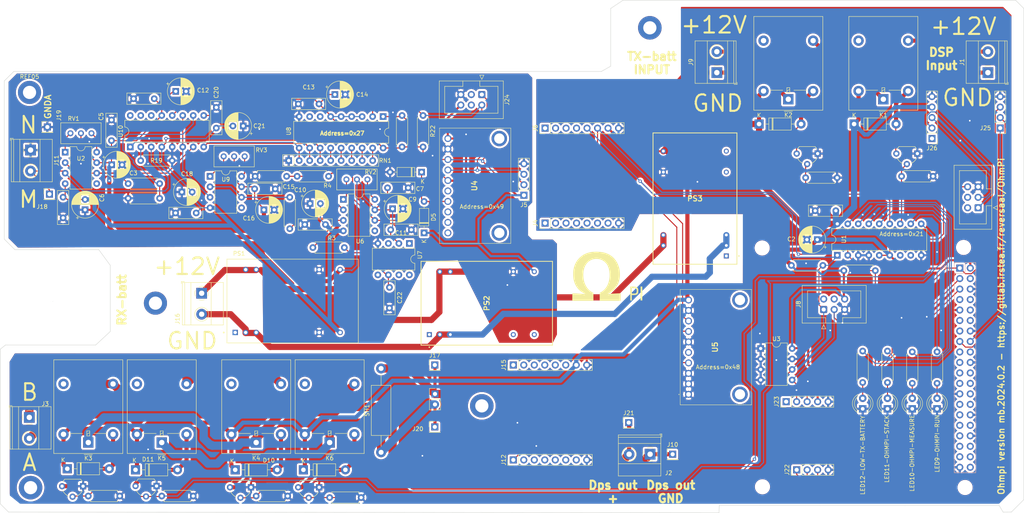
<source format=kicad_pcb>
(kicad_pcb (version 20221018) (generator pcbnew)
  (layers (0 "F.Cu" signal) (31 "B.Cu" signal) (34 "B.Paste" user) (35 "F.Paste" user) (36 "B.SilkS" user "B.Silkscreen") (37 "F.SilkS" user "F.Silkscreen") (38 "B.Mask" user) (39 "F.Mask" user) (44 "Edge.Cuts" user))
  (net 0 "")
  (net 1 "5VD")
  (net 2 "GNDD")
  (net 3 "GNDA")
  (net 6 "SDA1")
  (net 8 "SCL1")
  (net 10 "SCL2")
  (net 11 "SDA2")
  (net 13 "AN")
  (net 18 "Net-(U7-VOUT)")
  (net 19 "3V3")
  (net 20 "Net-(D1-A)")
  (net 21 "Net-(D2-A)")
  (net 22 "Net-(D5-A)")
  (net 23 "Net-(D9-A)")
  (net 24 "Net-(D10-A)")
  (net 25 "Net-(LED10-OHMPI-MEASURE1-A)")
  (net 26 "SDA3")
  (net 27 "SCL3")
  (net 28 "Net-(D11-A)")
  (net 29 "Net-(LED11-OHMPI-STACK1-A)")
  (net 30 "Net-(D12-A)")
  (net 31 "Net-(LED12-LOW-TX-BATTERY1-A)")
  (net 55 "/Relay_switch_dsp/out_12v_DSP")
  (net 56 "/Relay_switch_dsp/out_GND_DSP")
  (net 57 "/Current_injection_and_measurement/Input_DSP_+_alim")
  (net 58 "/Current_injection_and_measurement/Input_DSP_GND_alim")
  (net 59 "+12V_TX_bat")
  (net 60 "GND_TX_bat")
  (net 61 "/Vmn_measurement/Electrode_M")
  (net 62 "GNDPWR")
  (net 63 "+12V")
  (net 65 "-12V_A")
  (net 66 "+12V_A")
  (net 73 "5VA")
  (net 76 "GP2")
  (net 77 "GP3")
  (net 78 "GP0")
  (net 79 "GP1")
  (net 97 "Net-(J14-Pin_2)")
  (net 101 "/Current_injection_and_measurement/A")
  (net 102 "/Current_injection_and_measurement/B")
  (net 103 "GP4")
  (net 104 "GP5")
  (net 105 "GP6")
  (net 106 "GP7")
  (net 113 "Net-(RV1-Pad1)")
  (net 114 "Net-(RV1-Pad3)")
  (net 115 "Net-(RV2-Pad1)")
  (net 116 "Net-(RV2-Pad3)")
  (net 120 "Net-(U6-+)")
  (net 121 "Net-(U6--)")
  (net 122 "Net-(U9--)")
  (net 123 "Net-(U2--)")
  (net 128 "Net-(RN1-R4)")
  (net 129 "Net-(RN1-R5)")
  (net 130 "SDA1_3V3")
  (net 131 "SCL1_3V3")
  (net 132 "Net-(RN1-R6)")
  (net 133 "Net-(RN1-R7)")
  (net 134 "Net-(RN1-R8)")
  (net 142 "Net-(R23-Pad2)")
  (net 143 "MNGP0")
  (net 144 "MNGP1")
  (net 145 "MNGP2")
  (net 146 "SDA3_3V3")
  (net 147 "SCL3_3V3")
  (net 149 "Net-(R19-Pad1)")
  (net 151 "Net-(RV3-Pad1)")
  (net 152 "Net-(RV3-Pad3)")
  (net 163 "Net-(U9-+)")
  (net 165 "Net-(LED9-OHMPI-RUN-1-A)")
  (footprint "Connector_PinHeader_2.54mm:PinHeader_1x01_P2.54mm_Vertical" (layer "F.Cu") (at 26.162 77.978)
    (fp_text reference "J18")
    (fp_text value "ELEC_M" hide)
  )
  (footprint "MountingHole:MountingHole_3.2mm_M3" (layer "F.Cu") (at 198.74 148.89)
    (fp_text reference "REF01" hide)
    (fp_text value "MountingHole_3.2mm_M3" hide)
  )
  (footprint "Package_DIP:DIP-8_W7.62mm" (layer "F.Cu") (at 65.034 73.67)
    (fp_text reference "U9")
    (fp_text value "OP07")
  )
  (footprint "Capacitor_THT:CP_Radial_D6.3mm_P2.50mm" (layer "F.Cu") (at 73.064379 61.468 180)
    (fp_text reference "C21")
    (fp_text value "10uF")
  )
  (footprint "Potentiometer_THT:Potentiometer_Bourns_3296W_Vertical" (layer "F.Cu") (at 73.406 68.834)
    (fp_text reference "RV3")
    (fp_text value "10K")
  )
  (footprint "Resistor_THT:R_Axial_DIN0207_L6.3mm_D2.5mm_P7.62mm_Horizontal" (layer "F.Cu") (at 43.18 151.13 180)
    (fp_text reference "R6" hide)
    (fp_text value "100k")
  )
  (footprint "TerminalBlock_Phoenix:TerminalBlock_Phoenix_MKDS-1,5-2-5.08_1x02_P5.08mm_Horizontal" (layer "F.Cu") (at 253.305 48.545 90)
    (fp_text reference "J1")
    (fp_text value "DSP_out_12v_GND" hide)
  )
  (footprint "Resistor_THT:R_Axial_DIN0207_L6.3mm_D2.5mm_P7.62mm_Horizontal" (layer "F.Cu") (at 240.03 73.66 180)
    (fp_text reference "R1" hide)
    (fp_text value "100k")
  )
  (footprint "Resistor_THT:R_Axial_DIN0207_L6.3mm_D2.5mm_P7.62mm_Horizontal" (layer "F.Cu") (at 86.106 73.66)
    (fp_text reference "R4")
    (fp_text value "100k")
  )
  (footprint "TerminalBlock_Phoenix:TerminalBlock_Phoenix_MKDS-1,5-2-5.08_1x02_P5.08mm_Horizontal" (layer "F.Cu") (at 187.695 48.545 90)
    (fp_text reference "J9")
    (fp_text value "TX_bat" hide)
  )
  (footprint "Relay_THT:Relay_SPDT_Omron-G5LE-1" (layer "F.Cu") (at 93.98 138.1675 180)
    (fp_text reference "K6")
    (fp_text value "G5LE-1")
  )
  (footprint "LED_THT:LED_D4.0mm" (layer "F.Cu") (at 235 130 90)
    (fp_text reference "LED10-OHMPI-MEASURE")
    (fp_text value "LED" hide)
  )
  (footprint "Resistor_THT:R_Axial_DIN0207_L6.3mm_D2.5mm_P7.62mm_Horizontal" (layer "F.Cu") (at 89.916 90.932)
    (fp_text reference "R3")
    (fp_text value "100K")
  )
  (footprint "Relay_THT:Relay_SPDT_Omron-G5LE-1" (layer "F.Cu") (at 228 55 180)
    (fp_text reference "K1")
    (fp_text value "G5LE-1")
  )
  (footprint "Connector_PinHeader_2.54mm:PinHeader_1x01_P2.54mm_Vertical" (layer "F.Cu") (at 119.43 134.38)
    (fp_text reference "J20")
    (fp_text value "shunt +")
  )
  (footprint "Relay_THT:Relay_SPDT_Omron-G5LE-1" (layer "F.Cu") (at 76.2 138.1675 180)
    (fp_text reference "K4")
    (fp_text value "G5LE-1")
  )
  (footprint "Package_DIP:DIP-8_W7.62mm" (layer "F.Cu") (at 113.274 89.926 -90)
    (fp_text reference "U7")
    (fp_text value "REF03GP")
  )
  (footprint "Diode_THT:D_DO-35_SOD27_P7.62mm_Horizontal" (layer "F.Cu") (at 116.84 87.376 90)
    (fp_text reference "D5")
    (fp_text value "BAT86")
  )
  (footprint "Diode_THT:D_DO-41_SOD81_P10.16mm_Horizontal" (layer "F.Cu") (at 71.12 144.78)
    (fp_text reference "D10")
    (fp_text value "1N4001")
  )
  (footprint "Resistor_THT:R_Axial_DIN0207_L6.3mm_D2.5mm_P7.62mm_Horizontal" (layer "F.Cu") (at 209.19 74)
    (fp_text reference "R2" hide)
    (fp_text value "100k")
  )
  (footprint "Connector_PinHeader_2.54mm:PinHeader_1x05_P2.54mm_Vertical" (layer "F.Cu") (at 204.475 128.27 90)
    (fp_text reference "J23")
    (fp_text value "Conn_01x05_Female" hide)
  )
  (footprint "Package_DIP:DIP-8_W7.62mm" (layer "F.Cu") (at 29.972 67.818)
    (fp_text reference "U2")
    (fp_text value "OP07")
  )
  (footprint "Resistor_THT:R_Axial_DIN0207_L6.3mm_D2.5mm_P7.62mm_Horizontal" (layer "F.Cu") (at 229 116 -90)
    (fp_text reference "R12" hide)
    (fp_text value "330 ohms")
  )
  (footprint "TerminalBlock_Phoenix:TerminalBlock_Phoenix_MKDS-1,5-2-5.08_1x02_P5.08mm_Horizontal" (layer "F.Cu") (at 21.59 67.31 -90)
    (fp_text reference "J11")
    (fp_text value "Screw_Terminal_VMN" hide)
  )
  (footprint "Connector_PinHeader_2.54mm:PinHeader_1x08_P2.54mm_Vertical" (layer "F.Cu") (at 146.125 85 90)
    (fp_text reference "J4")
    (fp_text value "Conn_01x08_Female")
  )
  (footprint "Resistor_THT:R_Axial_DIN0207_L6.3mm_D2.5mm_P7.62mm_Horizontal" (layer "F.Cu") (at 223 116 -90)
    (fp_text reference "R13" hide)
    (fp_text value "330 ohms")
  )
  (footprint "Connector_PinHeader_2.54mm:PinHeader_1x08_P2.54mm_Vertical" (layer "F.Cu") (at 146.125 62 90)
    (fp_text reference "J6")
    (fp_text value "Conn_01x08_Female")
  )
  (footprint "Connector_PinHeader_2.54mm:PinHeader_1x04_P2.54mm_Vertical" (layer "F.Cu") (at 141 78.25 180)
    (fp_text reference "J5")
    (fp_text value "Conn_01x04_Female" hide)
  )
  (footprint "Capacitor_THT:C_Disc_D8.0mm_W2.5mm_P5.00mm" (layer "F.Cu") (at 29.464 78.73 -90)
    (fp_text reference "C4" hide)
    (fp_text value "100nF")
  )
  (footprint "Connector_IDC:IDC-Header_2x03_P2.54mm_Vertical" (layer "F.Cu") (at 250.9425 81.285 180)
    (fp_text reference "J13" hide)
    (fp_text value "Connector_I2C_for_mux" hide)
  )
  (footprint "Package_DIP:DIP-18_W7.62mm" (layer "F.Cu") (at 216.85 92.8 90)
    (fp_text reference "U1")
    (fp_text value "MCP23008-xP")
  )
  (footprint "Connector_IDC:IDC-Header_2x03_P2.54mm_Vertical" (layer "F.Cu") (at 213.56 105.9375 90)
    (fp_text reference "J8")
    (fp_text value "Connector_I2C_for_MCP23008" hide)
  )
  (footprint "MountingHole:MountingHole_3.2mm_M3_DIN965_Pad" (layer "F.Cu") (at 51.816 104.394)
    (fp_text reference "REF04" hide)
    (fp_text value "MountingHole_3.2mm_M3_DIN965_Pad" hide)
  )
  (footprint "Package_DIP:DIP-8_W7.62mm" (layer "F.Cu") (at 198.305 115.385)
    (fp_text reference "U3")
    (fp_text value "24LC02")
  )
  (footprint "THD_15-1222N:CONV_THD_15-1222N" (layer "F.Cu") (at 85.02 103.886)
    (fp_text reference "PS1")
    (fp_text value "THD_15-1222N")
  )
  (footprint "Connector_PinHeader_2.54mm:PinHeader_1x02_P2.54mm_Vertical" (layer "F.Cu") (at 119.475 126.395)
    (fp_text reference "J14" hide)
    (fp_text value "Conn_01x02_Female" hide)
  )
  (footprint "Resistor_THT:R_Axial_DIN0207_L6.3mm_D2.5mm_P7.62mm_Horizontal" (layer "F.Cu") (at 48.245 69.86)
    (fp_text reference "R19")
    (fp_text value "100k")
  )
  (footprint "Package_TO_SOT_THT:TO-92L_Wide" (layer "F.Cu") (at 91.45 149.01 180)
    (fp_text reference "Q6" hide)
    (fp_text value "ZVN4206ASTZ" hide)
  )
  (footprint "Connector_IDC:IDC-Header_2x03_P2.54mm_Vertical" (layer "F.Cu") (at 130.81 53.8575 -90)
    (fp_text reference "J24")
    (fp_text value "Connector_I2C_for_MC" hide)
  )
  (footprint "Capacitor_THT:CP_Radial_D6.3mm_P2.50mm" (layer "F.Cu") (at 34.788 81.778 90)
    (fp_text reference "C6")
    (fp_text value "10uF")
  )
  (footprint "Resistor_THT:R_Axial_DIN0207_L6.3mm_D2.5mm_P7.62mm_Horizontal" (layer "F.Cu") (at 111.506 58.928 -90)
    (fp_text reference "R21" hide)
    (fp_text value "4.7K")
  )
  (footprint "TerminalBlock_Phoenix:TerminalBlock_Phoenix_MKDS-1,5-2-5.08_1x02_P5.08mm_Horizontal" (layer "F.Cu") (at 21.285 132.075 -90)
    (fp_text reference "J3")
    (fp_text value "Screw_Terminal_AB" hide)
  )
  (footprint "Diode_THT:D_DO-35_SOD27_P7.62mm_Horizontal" (layer "F.Cu") (at 116.232077 72.644 180)
    (fp_text reference "D6" hide)
    (fp_text value "BAT86")
  )
  (footprint "Package_TO_SOT_THT:TO-92L_Wide" (layer "F.Cu") (at 52.08 148.7 180)
    (fp_text reference "Q5" hide)
    (fp_text value "ZVN4206ASTZ" hide)
  )
  (footprint "Potentiometer_THT:Potentiometer_Bourns_3296W_Vertical" (layer "F.Cu") (at 103.124 74.422)
    (fp_text reference "RV2")
    (fp_text value "10K" hide)
  )
  (footprint "Package_TO_SOT_THT:TO-92L_Wide" (layer "F.Cu") (at 236.23 68.16 180)
    (fp_text reference "Q1" hide)
    (fp_text value "ZVN4206ASTZ" hide)
  )
  (footprint "Resistor_THT:R_Axial_DIN0207_L6.3mm_D2.5mm_P7.62mm_Horizontal" (layer "F.Cu") (at 60.96 151.13 180)
    (fp_text reference "R15" hide)
    (fp_text value "100k")
  )
  (footprint "Resistor_THT:R_Axial_DIN0207_L6.3mm_D2.5mm_P7.62mm_Horizontal" (layer "F.Cu") (at 45.212 75.438)
    (fp_text reference "R23" hide)
    (fp_text value "100k")
  )
  (footprint "Capacitor_THT:C_Disc_D8.0mm_W2.5mm_P5.00mm" (layer "F.Cu") (at 75.819621 76.708)
    (fp_text reference "C15")
    (fp_text value "100nF" hide)
  )
  (footprint "Capacitor_THT:C_Disc_D8.0mm_W2.5mm_P5.00mm" (layer "F.Cu") (at 41.178 65.014 90)
    (fp_text reference "C5")
    (fp_text value "100nF")
  )
  (footprint "Capacitor_THT:CP_Radial_D6.3mm_P2.50mm" (layer "F.Cu") (at 212 89 180)
    (fp_text reference "C2")
    (fp_text value "10uF")
  )
  (footprint "TerminalBlock_Phoenix:TerminalBlock_Phoenix_MKDS-1,5-2-5.08_1x02_P5.08mm_Horizontal" (layer "F.Cu") (at 171.545 141 180)
    (fp_text reference "J2")
    (fp_text value "DPS5005_input_0_to_50V")
  )
  (footprint "Capacitor_THT:CP_Radial_D6.3mm_P2.50mm" (layer "F.Cu") (at 41.235621 70.866)
    (fp_text reference "C3")
    (fp_text value "10uF")
  )
  (footprint "Resistor_THT:R_Axial_DIN0207_L6.3mm_D2.5mm_P7.62mm_Horizontal" (layer "F.Cu") (at 226.06 96.52 180)
    (fp_text reference "R18" hide)
    (fp_text value "4.7K")
  )
  (footprint "Resistor_THT:R_Array_SIP9" (layer "F.Cu") (at 84.074 69.85)
    (fp_text reference "RN1")
    (fp_text value "R_Network08" hide)
  )
  (footprint "Resistor_THT:R_Axial_DIN0207_L6.3mm_D2.5mm_P7.62mm_Horizontal" (layer "F.Cu") (at 213.36 95.25 180)
    (fp_text reference "R17" hide)
    (fp_text value "4.7K" hide)
  )
  (footprint "Capacitor_THT:C_Disc_D8.0mm_W2.5mm_P5.00mm" (layer "F.Cu") (at 108.458 100.584 -90)
    (fp_text reference "C22")
    (fp_text value "100nF")
  )
  (footprint "Resistor_THT:R_Axial_DIN0207_L6.3mm_D2.5mm_P7.62mm_Horizontal" (layer "F.Cu") (at 84.328 78.74 -90)
    (fp_text reference "R5" hide)
    (fp_text value "100k" hide)
  )
  (footprint "MountingHole:MountingHole_3.2mm_M3_DIN965_Pad" (layer "F.Cu") (at 21.336 53.34)
    (fp_text reference "REF05")
    (fp_text value "MountingHole_3.2mm_M3_DIN965_Pad" hide)
  )
  (footprint "LED_THT:LED_D4.0mm" (layer "F.Cu") (at 241 130 90)
    (fp_text reference "LED9-OHMPI-RUN")
    (fp_text value "LED" hide)
  )
  (footprint "Diode_THT:D_DO-41_SOD81_P10.16mm_Horizontal" (layer "F.Cu") (at 46.99 144.78)
    (fp_text reference "D11")
    (fp_text value "1N4001")
  )
  (footprint "Diode_THT:D_DO-41_SOD81_P10.16mm_Horizontal" (layer "F.Cu") (at 197.92 61)
    (fp_text reference "D2" hide)
    (fp_text value "1N4001")
  )
  (footprint "Resistor_THT:R_Axial_DIN0207_L6.3mm_D2.5mm_P7.62mm_Horizontal" (layer "F.Cu") (at 83.82 151.13 180)
    (fp_text reference "R7" hide)
    (fp_text value "100k")
  )
  (footprint "MountingHole:MountingHole_3.2mm_M3_ISO7380_Pad" (layer "F.Cu") (at 21.59 149.098)
    (fp_text reference "REF**" hide)
    (fp_text value "MountingHole_3.2mm_M3_ISO7380_Pad" hide)
  )
  (footprint "MountingHole:MountingHole_3.2mm_M3" (layer "F.Cu") (at 247.42 90.9)
    (fp_text reference "REF03" hide)
    (fp_text value "MountingHole_3.2mm_M3" hide)
  )
  (footprint "1085:1085" (layer "F.Cu") (at 180.848 126.492 -90)
    (fp_text reference "U5")
    (fp_text value "1085" hide)
  )
  (footprint "Connector_PinHeader_2.54mm:PinHeader_1x08_P2.54mm_Vertical" (layer "F.Cu") (at 138.43 142.38 90)
    (fp_text reference "J12")
    (fp_text value "Conn_01x08_Female" hide)
  )
  (footprint "MountingHole:MountingHole_3.2mm_M3" (layer "F.Cu") (at 198.67 91.03)
    (fp_text reference "REF2" hide)
    (fp_text value "MountingHole_3.2mm_M3" hide)
  )
  (footprint "Capacitor_THT:CP_Radial_D6.3mm_P2.50mm" (layer "F.Cu") (at 56.729621 53.086)
    (fp_text reference "C12")
    (fp_text value "10uF")
  )
  (footprint "Connector_PinHeader_2.54mm:PinHeader_1x01_P2.54mm_Vertical" (layer "F.Cu") (at 119.43 119.38)
    (fp_text reference "J17")
    (fp_text value "DSP GND")
  )
  (footprint "Diode_THT:D_DO-41_SOD81_P10.16mm_Horizontal" (layer "F.Cu") (at 87.63 144.78)
    (fp_text reference "D12" hide)
    (fp_text value "1N4001")
  )
  (footprint "Resistor_THT:R_Axial_DIN0207_L6.3mm_D2.5mm_P7.62mm_Horizontal" (layer "F.Cu") (at 116.586 58.928 -90)
    (fp_text reference "R22")
    (fp_text value "4.7K")
  )
  (footprint "Diode_THT:D_DO-41_SOD81_P10.16mm_Horizontal" (layer "F.Cu") (at 220.92 61)
    (fp_text reference "D1" hide)
    (fp_text value "1N4001")
  )
  (footprint "Connector_PinHeader_2.54mm:PinHeader_1x01_P2.54mm_Vertical" (layer "F.Cu") (at 25.654 61.722)
    (fp_text reference "J19")
    (fp_text value "ELEC_N" hide)
  )
  (footprint "THD_15-1211N:THD151211N" (layer "F.Cu") (at 189.992 92.964 180)
    (fp_text reference "PS3")
    (fp_text value "THD_15-1211N" hide)
  )
  (footprint "Package_DIP:DIP-18_W7.62mm" (layer "F.Cu") (at 106.924 59.192 -90)
    (fp_text reference "U8")
    (fp_text value "MCP23008-xP" hide)
  )
  (footprint "LED_THT:LED_D4.0mm" (layer "F.Cu") (at 229 130 90)
    (fp_text reference "LED11-OHMPI-STACK")
    (fp_text value "LED" hide)
  )
  (footprint "Package_TO_SOT_THT:TO-92L_Wide" (layer "F.Cu") (at 74.94 149.01 180)
    (fp_text reference "Q4" hide)
    (fp_text value "ZVN4206ASTZ" hide)
  )
  (footprint "Diode_THT:D_DO-41_SOD81_P10.16mm_Horizontal" (layer "F.Cu") (at 30.48 144.5175)
    (fp_text reference "D9" hide)
    (fp_text value "1N4001")
  )
  (footprint "Relay_THT:Relay_SPDT_Omron-G5LE-1" (layer "F.Cu") (at 205 55 180)
    (fp_text reference "K2")
    (fp_text value "G5LE-1")
  )
  (footprint "MountingHole:MountingHole_3.2mm_M3" (layer "F.Cu") (at 247.78 149.06)
    (fp_text reference "REF00" hide)
    (fp_text value "MountingHole_3.2mm_M3" hide)
  )
  (footprint "Capacitor_THT:CP_Radial_D6.3mm_P2.50mm" (layer "F.Cu") (at 95.25 53.848)
    (fp_text reference "C14")
    (fp_text value "10uF")
  )
  (footprint "MountingHole:MountingHole_3.2mm_M3_ISO7380_Pad" (layer "F.Cu") (at 171.48 37.69)
    (fp_text reference "REF**" hide)
    (fp_text value "MountingHole_3.2mm_M3_ISO7380_Pad" hide)
  )
  (footprint "ohmpi_logo:ohmpi_logo" (layer "F.Cu") (at 161.036 97.79)
    (fp_text reference "G***" hide)
    (fp_text value "LOGO" hide)
  )
  (footprint "Capacitor_THT:C_Disc_D8.0mm_W2.5mm_P5.00mm" (layer "F.Cu") (at 108.752 86.614)
    (fp_text reference "C11")
    (fp_text value "100nF")
  )
  (footprint "Capacitor_THT:C_Disc_D8.0mm_W2.5mm_P5.00mm" (layer "F.Cu") (at 61.682 82.55 180)
    (fp_text reference "C17" hide)
    (fp_text value "100nF")
  )
  (footprint "Capacitor_THT:C_Disc_D8.0mm_W2.5mm_P5.00mm" (layer "F.Cu") (at 107.99 76.454)
    (fp_text reference "C7")
    (fp_text value "100nF")
  )
  (footprint "Connector_PinHeader_2.54mm:PinHeader_1x05_P2.54mm_Vertical" (layer "F.Cu") (at 239.776 64.511 180)
    (fp_text reference "J26")
    (fp_text value "Conn_01x05_Female" hide)
  )
  (footprint "Capacitor_THT:CP_Radial_D6.3mm_P2.50mm" (layer "F.Cu") (at 58.206 77.47)
    (fp_text reference "C18")
    (fp_text value "10uF")
  )
  (footprint "Capacitor_THT:CP_Radial_D6.3mm_P2.50mm" (layer "F.Cu") (at 109.22 81.534)
    (fp_text reference "C9")
    (fp_text value "10uF")
  )
  (footprint "Capacitor_THT:C_Disc_D8.0mm_W2.5mm_P5.00mm" (layer "F.Cu") (at 91.4 56.134 180)
    (fp_text reference "C13")
    (fp_text value "100nF")
  )
  (footprint "Package_TO_SOT_THT:TO-92L_Wide" (layer "F.Cu") (at 34.3 148.7475 180)
    (fp_text reference "Q3" hide)
    (fp_text value "ZVN4206ASTZ" hide)
  )
  (footprint "Capacitor_THT:CP_Radial_D6.3mm_P2.50mm" (layer "F.Cu") (at 78.065621 81.788)
    (fp_text reference "C16")
    (fp_text value "10uF")
  )
  (footprint "Package_DIP:DIP-8_W7.62mm" (layer "F.Cu") (at 97.292 79.258)
    (fp_text reference "U6")
    (fp_text value "OP07")
  )
  (footprint "Resistor_THT:R_Axial_DIN0207_L6.3mm_D2.5mm_P7.62mm_Horizontal" (layer "F.Cu") (at 101.6 151.5 180)
    (fp_text reference "R16" hide)
    (fp_text value "100k")
  )
  (footprint "Capacitor_THT:CP_Radial_D6.3mm_P2.50mm" (layer "F.Cu") (at 89.241621 80.264)
    (fp_text reference "C10")
    (fp_text value "10uF")
  )
  (footprint "Resistor_THT:R_Axial_DIN0207_L6.3mm_D2.5mm_P7.62mm_Horizontal" (layer "F.Cu") (at 241 116.19 -90)
    (fp_text reference "R10" hide)
    (fp_text value "330 ohms")
  )
  (footprint "Resistor_THT:R_Axial_DIN0207_L6.3mm_D2.5mm_P7.62mm_Horizontal" (layer "F.Cu") (at 52.832 78.994 180)
    (fp_text reference "R24" hide)
    (fp_text value "100k")
  )
  (footprint "Connector_PinHeader_2.54mm:PinHeader_1x01_P2.54mm_Vertical" (layer "F.Cu") (at 177 141)
    (fp_text reference "J10")
    (fp_text value "DSP+")
  )
  (footprint "LED_THT:LED_D4.0mm" (layer "F.Cu") (at 223 130 90)
    (fp_text reference "LED12-LOW-TX-BATTERY")
    (fp_text value "LED" hide)
  )
  (footprint "Connector_PinHeader_2.54mm:PinHeader_1x04_P2.54mm_Vertical" (layer "F.Cu") (at 207.02 144.78 90)
    (fp_text reference "J22")
    (fp_text value "Conn_01x04_Female" hide)
  )
  (footprint "Connector_PinHeader_2.54mm:PinHeader_1x01_P2.54mm_Vertical" (layer "F.Cu") (at 166.37 133.35)
    (fp_text reference "J21")
    (fp_text value "shunt -")
  )
  (footprint "Capacitor_THT:C_Disc_D8.0mm_W2.5mm_P5.00mm" (layer "F.Cu") (at 51.522 54.864 180)
    (fp_text reference "C19" hide)
    (fp_text value "100nF")
  )
  (footprint "Capacitor_THT:C_Disc_D8.0mm_W2.5mm_P5.00mm" (layer "F.Cu") (at 92.964 85.344 180)
    (fp_text reference "C8" hide)
    (fp_text value "100nF" hide)
  )
  (footprint "Capacitor_THT:C_Disc_D8.0mm_W2.5mm_P5.00mm" (layer "F.Cu") (at 66.548 61.976 90)
    (fp_text reference "C20")
    (fp_text value "100nF")
  )
  (footprint "TerminalBlock_Phoenix:TerminalBlock_Phoenix_MKDS-1,5-2-5.08_1x02_P5.08mm_Horizontal" (layer "F.Cu") (at 63 102 -90)
    (fp_text reference "J16")
    (fp_text value "RX_bat" hide)
  )
  (footprint "Resistor_THT:R_Axial_DIN0207_L6.3mm_D2.5mm_P7.62mm_Horizontal" (layer "F.Cu") (at 75.946 73.66)
    (fp_text reference "R26" hide)
    (fp_text value "100k")
  )
  (footprint "Capacitor_THT:C_Disc_D8.0mm_W2.5mm_P5.00mm" (layer "F.Cu") (at 216.5 82 180)
    (fp_text reference "C1" hide)
    (fp_text value "100nF")
  )
  (footprint "Relay_THT:Relay_SPDT_Omron-G5LE-1" (layer "F.Cu") (at 35.56 138.1675 180)
    (fp_text reference "K3")
    (fp_text value "G5LE-1")
  )
  (footprint "Resistor_THT:R_Axial_DIN0414_L11.9mm_D4.5mm_P20.32mm_Horizontal" (layer "F.Cu") (at 106.43 140.54 90)
    (fp_text reference "SH1")
    (fp_text value "2 ohms")
  )
  (footprint "Potentiometer_THT:Potentiometer_Bourns_3296W_Vertical" (layer "F.Cu") (at 36.322 63.236)
    (fp_text reference "RV1")
    (fp_text value "10K")
  )
  (footprint "MountingHole:MountingHole_3.2mm_M3_ISO7380_Pad" (layer "F.Cu") (at 130.81 129.286)
    (fp_text reference "REF**" hide)
    (fp_text value "MountingHole_3.2mm_M3_ISO7380_Pad" hide)
  )
  (footprint "Resistor_THT:R_Axial_DIN0207_L6.3mm_D2.5mm_P7.62mm_Horizontal" (layer "F.Cu") (at 235 116.19 -90)
    (fp_text reference "R11" hide)
    (fp_text value "330 ohms")
  )
  (footprint "1085:1085" (layer "F.Cu") (at 122.6 87.376 -90)
    (fp_text reference "U4")
    (fp_text value "1085" hide)
  )
  (footprint "Connector_PinHeader_2.54mm:PinHeader_1x08_P2.54mm_Vertical" (layer "F.Cu") (at 138.43 119.38 90)
    (fp_text reference "J15")
    (fp_text value "Conn_01x08_Female" hide)
  )
  (footprint "Relay_THT:Relay_SPDT_Omron-G5LE-1" (layer "F.Cu") (at 53.34 138.1675 180)
    (fp_text reference "K5")
    (fp_text value "G5LE-1")
  )
  (footprint "Package_DIP:DIP-16_W7.62mm" (layer "F.Cu") (at 45.72 66.548 90)
    (fp_text reference "U10")
    (fp_text value "DG411xJ")
  )
  (footprint "THD_15-1211N:THD151211N" (layer "F.Cu") (at 118.11 112.014 90)
    (fp_text reference "PS2")
    (fp_text value "THD_15-1211N" hide)
  )
  (footprint "Package_TO_SOT_THT:TO-92L_Wide" (layer "F.Cu") (at 212.1 68.16 180)
    (fp_text reference "Q2" hide)
    (fp_text value "ZVN4206ASTZ" hide)
  )
  (footprint "Connector_PinHeader_2.54mm:PinHeader_1x04_P2.54mm_Vertical" (layer "F.Cu") (at 256.286 61.976 180)
    (fp_text reference "J25")
    (fp_text value "Conn_01x04_Female" hide)
  )
  (footprint "Connector_PinSocket_2.54mm:PinSocket_2x20_P2.54mm_Vertical" (layer "B.Cu") (at 246.5 95.9 180)
    (fp_text reference "J7")
    (fp_text value "Raspberry_Pi_2_3")
  )
  (gr_line (start 165 31) (end 162 33) (stroke (width 0.1)) (layer "Edge.Cuts"))
  (gr_line (start 37.338 114.554) (end 15.494 114.554) (stroke (width 0.1)) (layer "Edge.Cuts"))
  (gr_line (start 162 33) (end 162 46.99) (stroke (width 0.1)) (layer "Edge.Cuts"))
  (gr_line (start 17.526 48.26) (end 15.24 50.546) (stroke (width 0.1)) (layer "Edge.Cuts"))
  (gr_line (start 256.98 155.02) (end 259 155) (stroke (width 0.1)) (layer "Edge.Cuts"))
  (gr_line (start 15.24 88.9) (end 17.78 91.44) (stroke (width 0.1)) (layer "Edge.Cuts"))
  (gr_line (start 159.75 48.26) (end 17.526 48.26) (stroke (width 0.1)) (layer "Edge.Cuts"))
  (gr_line (start 260 31) (end 165 31) (stroke (width 0.1)) (layer "Edge.Cuts"))
  (gr_line (start 27 104) (end 27 104) (stroke (width 0.1)) (layer "Edge.Cuts"))
  (gr_line (start 262 152) (end 262 33) (stroke (width 0.1)) (layer "Edge.Cuts"))
  (gr_line (start 38.1 91.44) (end 40.894 95.25) (stroke (width 0.1)) (layer "Edge.Cuts"))
  (gr_line (start 17.78 91.44) (end 38.1 91.44) (stroke (width 0.1)) (layer "Edge.Cuts"))
  (gr_line (start 15.494 114.554) (end 14.24 115.57) (stroke (width 0.1)) (layer "Edge.Cuts"))
  (gr_line (start 162 46.99) (end 159.75 48.26) (stroke (width 0.1)) (layer "Edge.Cuts"))
  (gr_line (start 14.24 153) (end 16.24 155) (stroke (width 0.1)) (layer "Edge.Cuts"))
  (gr_line (start 14.24 115.57) (end 14.24 153) (stroke (width 0.1)) (layer "Edge.Cuts"))
  (gr_line (start 259 155) (end 262 152) (stroke (width 0.1)) (layer "Edge.Cuts"))
  (gr_line (start 40.894 111.252) (end 40.894 95.25) (stroke (width 0.1)) (layer "Edge.Cuts"))
  (gr_line (start 188.27 153.4) (end 188.214 155.194) (stroke (width 0.1)) (layer "Edge.Cuts"))
  (gr_line (start 15.24 50.546) (end 15.24 88.9) (stroke (width 0.1)) (layer "Edge.Cuts"))
  (gr_line (start 256.032 153.416) (end 256.98 155.02) (stroke (width 0.1)) (layer "Edge.Cuts"))
  (gr_line (start 40.894 111.252) (end 37.338 114.554) (stroke (width 0.1)) (layer "Edge.Cuts"))
  (gr_line (start 16.24 155) (end 188.214 155.194) (stroke (width 0.1)) (layer "Edge.Cuts"))
  (gr_line (start 188.27 153.4) (end 256.032 153.416) (stroke (width 0.1)) (layer "Edge.Cuts"))
  (gr_line (start 260 31) (end 262 33) (stroke (width 0.1)) (layer "Edge.Cuts"))
  (gr_text "M" (at 21.082 79.248) (layer "F.SilkS") (effects (font (size 4 4) (thickness 0.5))))
  (gr_text "+12V" (at 187 37) (layer "F.SilkS") (effects (font (size 4 4) (thickness 0.5))))
  (gr_text "Dps out\nGND" (at 176.53 150.114) (layer "F.SilkS") (effects (font (size 2 2) (thickness 0.5))))
  (gr_text "Address=0x27" (at 97.028 63.246) (layer "F.SilkS") (effects (font (size 1 1) (thickness 0.25))))
  (gr_text "B" (at 21.336 125.984) (layer "F.SilkS") (effects (font (size 4 4) (thickness 0.5))))
  (gr_text "RX-batt" (at 43.688 103.632 90) (layer "F.SilkS") (effects (font (size 2 2) (thickness 0.5))))
  (gr_text "Address=0x49" (at 130.81 81.026) (layer "F.SilkS") (effects (font (size 1 1))))
  (gr_text "GND" (at 248.412 54.61) (layer "F.SilkS") (effects (font (size 4 4) (thickness 0.5))))
  (gr_text "GND" (at 187.932659 55.972876) (layer "F.SilkS") (effects (font (size 4 4) (thickness 0.5))))
  (gr_text "DSP\nInput" (at 242.062 45.212) (layer "F.SilkS") (effects (font (size 2 2) (thickness 0.5))))
  (gr_text "GND" (at 60.706 113.538) (layer "F.SilkS") (effects (font (size 4 4) (thickness 0.5))))
  (gr_text "Ohmpi version mb.2024.0.2 - https://gitlab.irstea.fr/reversaal/OhmPi" (at 256.54 110 90) (layer "F.SilkS") (effects (font (size 1.5 1.5) (thickness 0.3))))
  (gr_text "GNDA" (at 26.67 59.944 90) (layer "F.SilkS") (effects (font (size 1.5 1.5) (thickness 0.3) bold) (justify left bottom)))
  (gr_text "+12V" (at 59.436 95.504) (layer "F.SilkS") (effects (font (size 4 4) (thickness 0.5))))
  (gr_text "Dps out\n+" (at 162.56 150.114) (layer "F.SilkS") (effects (font (size 2 2) (thickness 0.5))))
  (gr_text "+12V" (at 247.396 37.338) (layer "F.SilkS") (effects (font (size 4 4) (thickness 0.5))))
  (gr_text "N" (at 21.082 61.214) (layer "F.SilkS") (effects (font (size 4 4) (thickness 0.5))))
  (gr_text "A" (at 21.336 143.002) (layer "F.SilkS") (effects (font (size 4 4) (thickness 0.5))))
  (gr_text "Address=0x21" (at 232.41 87.63) (layer "F.SilkS") (effects (font (size 1 1))))
  (gr_text "TX-batt\nINPUT" (at 171.958 46.228) (layer "F.SilkS") (effects (font (size 2 2) (thickness 0.5))))
  (gr_text "Address=0x48" (at 187.96 119.888) (layer "F.SilkS") (effects (font (size 1 1))))
  (segment (start 246.385 76.205) (end 246.38 76.2) (width 0.25) (layer "F.Cu") (net 1))
  (segment (start 242 96) (end 244 94) (width 0.5) (layer "F.Cu") (net 1))
  (segment (start 241.3 88.9) (end 231.14 88.9) (width 0.25) (layer "F.Cu") (net 1))
  (segment (start 199 53) (end 197.92 54.08) (width 1) (layer "F.Cu") (net 1))
  (segment (start 242.57 80.01) (end 242.57 87.63) (width 0.25) (layer "F.Cu") (net 1))
  (segment (start 47.34 136.1675) (end 47.34 144.43) (width 1) (layer "F.Cu") (net 1))
  (segment (start 47.34 136.1675) (end 50.1575 133.35) (width 1) (layer "F.Cu") (net 1))
  (segment (start 204.47 93.98) (end 205.74 95.25) (width 1) (layer "F.Cu") (net 1))
  (segment (start 197.92 54.08) (end 197.92 61) (width 1) (layer "F.Cu") (net 1))
  (segment (start 67.3825 133.35) (end 70.2 136.1675) (width 1) (layer "F.Cu") (net 1))
  (segment (start 242.57 87.63) (end 241.3 88.9) (width 0.25) (layer "F.Cu") (net 1))
  (segment (start 244 94) (end 248.342081 94) (width 0.5) (layer "F.Cu") (net 1))
  (segment (start 212.095 121.555) (end 212.095 128.27) (width 0.5) (layer "F.Cu") (net 1))
  (segment (start 229.55 92.8) (end 232.75 96) (width 0.5) (layer "F.Cu") (net 1))
  (segment (start 232.75 96) (end 242 96) (width 0.5) (layer "F.Cu") (net 1))
  (segment (start 174.76 67.6) (end 166.965 67.6) (width 0.5) (layer "F.Cu") (net 1))
  (segment (start 229.55 90.49) (end 229.55 92.8) (width 0.25) (layer "F.Cu") (net 1))
  (segment (start 218.44 103.1975) (end 218.64 103.3975) (width 0.5) (layer "F.Cu") (net 1))
  (segment (start 87.98 136.1675) (end 87.98 144.43) (width 1) (layer "F.Cu") (net 1))
  (segment (start 248.4025 76.205) (end 246.385 76.205) (width 0.25) (layer "F.Cu") (net 1))
  (segment (start 181.36 61) (end 174.76 67.6) (width 1.5) (layer "F.Cu") (net 1))
  (segment (start 205.994 115.316) (end 209.804 115.316) (width 0.5) (layer "F.Cu") (net 1))
  (segment (start 70.2 143.86) (end 71.12 144.78) (width 1) (layer "F.Cu") (net 1))
  (segment (start 209.804 115.316) (end 209.804 119.264) (width 0.5) (layer "F.Cu") (net 1))
  (segment (start 209.56 91.44) (end 204.47 91.44) (width 1) (layer "F.Cu") (net 1))
  (segment (start 44.5225 133.35) (end 47.34 136.1675) (width 1) (layer "F.Cu") (net 1))
  (segment (start 29.56 143.5975) (end 30.48 144.5175) (width 1) (layer "F.Cu") (net 1))
  (segment (start 180.571 72.771) (end 175.4 67.6) (width 1) (layer "F.Cu") (net 1))
  (segment (start 222 59.92) (end 220.92 61) (width 1) (layer "F.Cu") (net 1))
  (segment (start 87.98 144.43) (end 87.63 144.78) (width 1) (layer "F.Cu") (net 1))
  (segment (start 246.38 76.2) (end 242.57 80.01) (width 0.25) (layer "F.Cu") (net 1))
  (segment (start 205.925 115.385) (end 205.994 115.316) (width 0.5) (layer "F.Cu") (net 1))
  (segment (start 197.92 61) (end 181.36 61) (width 1.5) (layer "F.Cu") (net 1))
  (segment (start 212 89) (end 209.56 91.44) (width 1) (layer "F.Cu") (net 1))
  (segment (start 229.55 92.8) (end 227.01 92.8) (width 0.25) (layer "F.Cu") (net 1))
  (segment (start 166.965 67.6) (end 161.365 62) (width 0.5) (layer "F.Cu") (net 1))
  (segment (start 180.571 103.57) (end 180.571 72.771) (width 1) (layer "F.Cu") (net 1))
  (segment (start 249.04 94.697919) (end 249.04 95.9) (width 0.5) (layer "F.Cu") (net 1))
  (segment (start 50.1575 133.35) (end 67.3825 133.35) (width 1) (layer "F.Cu") (net 1))
  (segment (start 70.2 136.1675) (end 70.2 143.86) (width 1) (layer "F.Cu") (net 1))
  (segment (start 204.47 91.44) (end 204.47 93.98) (width 1) (layer "F.Cu") (net 1))
  (segment (start 216.85 85.18) (end 208.18 85.18) (width 1.5) (layer "F.Cu") (net 1))
  (segment (start 197.92 74.92) (end 197.92 61) (width 1.5) (layer "F.Cu") (net 1))
  (segment (start 209.804 119.264) (end 212.095 121.555) (width 0.5) (layer "F.Cu") (net 1))
  (segment (start 248.342081 94) (end 249.04 94.697919) (width 0.5) (layer "F.Cu") (net 1))
  (segment (start 29.56 136.1675) (end 29.56 143.5975) (width 1) (layer "F.Cu") (net 1))
  (segment (start 208.18 85.18) (end 197.92 74.92) (width 1.5) (layer "F.Cu") (net 1))
  (segment (start 29.56 136.1675) (end 32.3775 133.35) (width 1) (layer "F.Cu") (net 1))
  (segment (start 222 53) (end 222 59.92) (width 1) (layer "F.Cu") (net 1))
  (segment (start 47.34 144.43) (end 46.99 144.78) (width 1) (layer "F.Cu") (net 1))
  (segment (start 231.14 88.9) (end 229.55 90.49) (width 0.25) (layer "F.Cu") (net 1))
  (segment (start 218.44 96.52) (end 218.44 103.1975) (width 0.5) (layer "F.Cu") (net 1))
  (segment (start 32.3775 133.35) (end 44.5225 133.35) (width 1) (layer "F.Cu") (net 1))
  (segment (start 205.74 95.25) (end 207.01 96.52) (width 0.5) (layer "B.Cu") (net 1))
  (segment (start 223.466984 63.546984) (end 224.235016 63.546984) (width 1) (layer "B.Cu") (net 1))
  (segment (start 212.09 96.52) (end 212.995 97.425) (width 0.5) (layer "B.Cu") (net 1))
  (segment (start 225.75 89) (end 229.55 92.8) (width 1) (layer "B.Cu") (net 1))
  (segment (start 220.92 61) (end 220.92 81.11) (width 1.5) (layer "B.Cu") (net 1))
  (segment (start 205.925 103.365) (end 208.105 101.185) (width 0.5) (layer "B.Cu") (net 1))
  (segment (start 214.39 96.52) (end 218.44 96.52) (width 0.5) (layer "B.Cu") (net 1))
  (segment (start 212.995 97.425) (end 213.485 97.425) (width 0.5) (layer "B.Cu") (net 1))
  (segment (start 180.571 103.57) (end 178.37 103.57) (width 1) (layer "B.Cu") (net 1))
  (segment (start 92.0675 132.08) (end 87.98 136.1675) (width 1) (layer "B.Cu") (net 1))
  (segment (start 109.22 123.19) (end 100.33 132.08) (width 1) (layer "B.Cu") (net 1))
  (segment (start 216.5 82) (end 216.5 84.83) (width 1.5) (layer "B.Cu") (net 1))
  (segment (start 205.925 115.385) (end 205.925 103.365) (width 0.5) (layer "B.Cu") (net 1))
  (segment (start 220.92 61) (end 223.466984 63.546984) (width 1) (layer "B.Cu") (net 1))
  (segment (start 224.235016 63.546984) (end 230.891 56.891) (width 1) (layer "B.Cu") (net 1))
  (segment (start 216.4275 101.185) (end 218.64 103.3975) (width 0.5) (layer "B.Cu") (net 1))
  (segment (start 153.67 118.11) (end 154.94 116.84) (width 1) (layer "B.Cu") (net 1))
  (segment (start 207.01 96.52) (end 212.09 96.52) (width 0.5) (layer "B.Cu") (net 1))
  (segment (start 100.33 132.08) (end 92.0675 132.08) (width 1) (layer "B.Cu") (net 1))
  (segment (start 208.105 101.185) (end 216.4275 101.185) (width 0.5) (layer "B.Cu") (net 1))
  (segment (start 212 89) (end 225.75 89) (width 1) (layer "B.Cu") (net 1))
  (segment (start 85.1625 133.35) (end 87.98 136.1675) (width 1) (layer "B.Cu") (net 1))
  (segment (start 213.03 89) (end 216.85 85.18) (width 1) (layer "B.Cu") (net 1))
  (segment (start 178.37 103.57) (end 165.1 116.84) (width 1) (layer "B.Cu") (net 1))
  (segment (start 154.94 116.84) (end 165.1 116.84) (width 1) (layer "B.Cu") (net 1))
  (segment (start 153.67 119.38) (end 149.86 123.19) (width 1) (layer "B.Cu") (net 1))
  (segment (start 230.891 56.891) (end 239.776 56.891) (width 1) (layer "B.Cu") (net 1))
  (segment (start 149.86 123.19) (end 109.22 123.19) (width 1) (layer "B.Cu") (net 1))
  (segment (start 70.2 136.1675) (end 73.0175 133.35) (width 1) (layer "B.Cu") (net 1))
  (segment (start 216.5 84.83) (end 216.85 85.18) (width 1.5) (layer "B.Cu") (net 1))
  (segment (start 212 89) (end 213.03 89) (width 1) (layer "B.Cu") (net 1))
  (segment (start 73.0175 133.35) (end 85.1625 133.35) (width 1) (layer "B.Cu") (net 1))
  (segment (start 153.67 119.38) (end 153.67 118.11) (width 1) (layer "B.Cu") (net 1))
  (segment (start 213.485 97.425) (end 214.39 96.52) (width 0.5) (layer "B.Cu") (net 1))
  (segment (start 220.92 81.11) (end 216.85 85.18) (width 1.5) (layer "B.Cu") (net 1))
  (via (at 198.12 111.76) (size 0.8) (drill 0.4) (layers "F.Cu" "B.Cu") (net 2))
  (via (at 220 97) (size 0.8) (drill 0.4) (layers "F.Cu" "B.Cu") (net 2))
  (via (at 209.296 94.742) (size 0.8) (drill 0.4) (layers "F.Cu" "B.Cu") (net 2))
  (via (at 225.806 82.804) (size 0.8) (drill 0.4) (layers "F.Cu" "B.Cu") (net 2))
  (via (at 232.41 107.95) (size 0.8) (drill 0.4) (layers "F.Cu" "B.Cu") (net 2))
  (via (at 227.96551 82.95523) (size 0.8) (drill 0.4) (layers "F.Cu" "B.Cu") (net 2))
  (via (at 242 111) (size 0.8) (drill 0.4) (layers "F.Cu" "B.Cu") (net 2))
  (via (at 209.72 123.34) (size 0.8) (drill 0.4) (layers "F.Cu" "B.Cu") (net 2))
  (via (at 238.506 107.696) (size 0.8) (drill 0.4) (layers "F.Cu" "B.Cu") (net 2))
  (via (at 116.43 141.38) (size 0.8) (drill 0.4) (layers "F.Cu" "B.Cu") (net 2))
  (via (at 246.634 65.024) (size 0.8) (drill 0.4) (layers "F.Cu" "B.Cu") (net 2))
  (via (at 183 75) (size 0.8) (drill 0.4) (layers "F.Cu" "B.Cu") (net 2))
  (via (at 50.038 139.827) (size 0.8) (drill 0.4) (layers "F.Cu" "B.Cu") (net 2))
  (via (at 202.105 118.185) (size 0.8) (drill 0.4) (layers "F.Cu" "B.Cu") (net 2))
  (via (at 234 83) (size 0.8) (drill 0.4) (layers "F.Cu" "B.Cu") (net 2))
  (via (at 144 139) (size 0.8) (drill 0.4) (layers "F.Cu" "B.Cu") (net 2))
  (via (at 215.138 110.998) (size 0.8) (drill 0.4) (layers "F.Cu" "B.Cu") (net 2))
  (via (at 222.997158 82.95523) (size 0.8) (drill 0.4) (layers "F.Cu" "B.Cu") (net 2))
  (via (at 206.97 125.47) (size 0.8) (drill 0.4) (layers "F.Cu" "B.Cu") (net 2))
  (via (at 218.105 109.185) (size 0.8) (drill 0.4) (layers "F.Cu" "B.Cu") (net 2))
  (via (at 248.92 60.198) (size 0.8) (drill 0.4) (layers "F.Cu" "B.Cu") (net 2))
  (via (at 139.43 133.38) (size 0.8) (drill 0.4) (layers "F.Cu" "B.Cu") (net 2))
  (via (at 241 92) (size 0.8) (drill 0.4) (layers "F.Cu" "B.Cu") (net 2))
  (via (at 50.292 64.516) (size 0.8) (drill 0.4) (layers "F.Cu" "B.Cu") (net 3))
  (via (at 137 100) (size 0.8) (drill 0.4) (layers "F.Cu" "B.Cu") (net 3))
  (via (at 50.038 70.612) (size 0.8) (drill 0.4) (layers "F.Cu" "B.Cu") (net 3))
  (via (at 33.782 70.612) (size 0.8) (drill 0.4) (layers "F.Cu" "B.Cu") (net 3))
  (via (at 127 63.5) (size 0.8) (drill 0.4) (layers "F.Cu" "B.Cu") (net 3))
  (via (at 76.962 62.23) (size 0.8) (drill 0.4) (layers "F.Cu" "B.Cu") (net 3))
  (via (at 138.43 74.93) (size 0.8) (drill 0.4) (layers "F.Cu" "B.Cu") (net 3))
  (via (at 72.136 71.12) (size 0.8) (drill 0.4) (layers "F.Cu" "B.Cu") (net 3))
  (via (at 35.814 65.278) (size 0.8) (drill 0.4) (layers "F.Cu" "B.Cu") (net 3))
  (via (at 132 104) (size 0.8) (drill 0.4) (layers "F.Cu" "B.Cu") (net 3))
  (via (at 102.108 79.756) (size 0.8) (drill 0.4) (layers "F.Cu" "B.Cu") (net 3))
  (via (at 109.3 58.17) (size 0.8) (drill 0.4) (layers "F.Cu" "B.Cu") (net 3))
  (via (at 118.89 68.66) (size 0.8) (drill 0.4) (layers "F.Cu" "B.Cu") (net 3))
  (via (at 39.116 71.628) (size 0.8) (drill 0.4) (layers "F.Cu" "B.Cu") (net 3))
  (via (at 62.992 79.502) (size 0.8) (drill 0.4) (layers "F.Cu" "B.Cu") (net 3))
  (via (at 106.172 62.23) (size 0.8) (drill 0.4) (layers "F.Cu" "B.Cu") (net 3))
  (via (at 46.482 68.58) (size 0.8) (drill 0.4) (layers "F.Cu" "B.Cu") (net 3))
  (segment (start 213.46 92.54) (end 215 91) (width 0.25) (layer "F.Cu") (net 6))
  (segment (start 178 86) (end 178 110) (width 0.25) (layer "F.Cu") (net 6))
  (segment (start 223.11 96.52) (end 222.820489 96.230489) (width 0.25) (layer "F.Cu") (net 6))
  (segment (start 215 91) (end 219 91) (width 0.25) (layer "F.Cu") (net 6))
  (segment (start 222.820489 96.230489) (end 219.39 92.8) (width 0.2) (layer "F.Cu") (net 6))
  (segment (start 216.1 107.896) (end 216.1 105.9375) (width 0.25) (layer "F.Cu") (net 6))
  (segment (start 219.39 91.39) (end 219.39 92.8) (width 0.25) (layer "F.Cu") (net 6))
  (segment (start 207.46 92.54) (end 213.46 92.54) (width 0.25) (layer "F.Cu") (net 6))
  (segment (start 179.19 111.19) (end 180.571 111.19) (width 0.25) (layer "F.Cu") (net 6))
  (segment (start 226.06 102.362) (end 219.964 108.458) (width 0.25) (layer "F.Cu") (net 6))
  (segment (start 219 91) (end 219.39 91.39) (width 0.25) (layer "F.Cu") (net 6))
  (segment (start 226.06 96.52) (end 226.06 102.362) (width 0.25) (layer "F.Cu") (net 6))
  (segment (start 158.825 66.825) (end 178 86) (width 0.25) (layer "F.Cu") (net 6))
  (segment (start 219.964 108.458) (end 216.662 108.458) (width 0.25) (layer "F.Cu") (net 6))
  (segment (start 216.662 108.458) (end 216.1 107.896) (width 0.25) (layer "F.Cu") (net 6))
  (segment (start 178 110) (end 179.19 111.19) (width 0.25) (layer "F.Cu") (net 6))
  (segment (start 158.825 62) (end 158.825 66.825) (width 0.25) (layer "F.Cu") (net 6))
  (segment (start 226.06 96.52) (end 223.11 96.52) (width 0.25) (layer "F.Cu") (net 6))
  (segment (start 209.555 126.635) (end 205.925 123.005) (width 0.25) (layer "F.Cu") (net 6))
  (segment (start 209.555 128.27) (end 209.555 126.635) (width 0.25) (layer "F.Cu") (net 6))
  (via (at 207.46 92.54) (size 0.8) (drill 0.4) (layers "F.Cu" "B.Cu") (net 6))
  (segment (start 216.1 112.83) (end 205.925 123.005) (width 0.2) (layer "B.Cu") (net 6))
  (segment (start 201.186198 77.55048) (end 207 83.364282) (width 0.25) (layer "B.Cu") (net 6))
  (segment (start 171.9125 75.0875) (end 174.37548 77.55048) (width 0.25) (layer "B.Cu") (net 6))
  (segment (start 216.1 105.9375) (end 216.1 112.74) (width 0.2) (layer "B.Cu") (net 6))
  (segment (start 174.37548 77.55048) (end 201.186198 77.55048) (width 0.25) (layer "B.Cu") (net 6))
  (segment (start 216.1 112.74) (end 216.1 112.83) (width 0.2) (layer "B.Cu") (net 6))
  (segment (start 207 83.364282) (end 207 92.08) (width 0.25) (layer "B.Cu") (net 6))
  (segment (start 158.825 62) (end 171.9125 75.0875) (width 0.25) (layer "B.Cu") (net 6))
  (segment (start 207 92.08) (end 207.46 92.54) (width 0.25) (layer "B.Cu") (net 6))
  (segment (start 179.413989 107.492989) (end 179.413989 85.128989) (width 0.25) (layer "F.Cu") (net 8))
  (segment (start 207.015 128.27) (end 207.015 127.005) (width 0.25) (layer "F.Cu") (net 8))
  (segment (start 204.47 124.46) (end 204.47 121.92) (width 0.25) (layer "F.Cu") (net 8))
  (segment (start 213.36 95.25) (end 212.41 96.2) (width 0.2) (layer "F.Cu") (net 8))
  (segment (start 212.41 96.2) (end 212.41 104.7875) (width 0.2) (layer "F.Cu") (net 8))
  (segment (start 207.015 127.005) (end 204.47 124.46) (width 0.25) (layer "F.Cu") (net 8))
  (segment (start 180.571 108.65) (end 179.413989 107.492989) (width 0.25) (layer "F.Cu") (net 8))
  (segment (start 212.41 104.7875) (end 213.56 105.9375) (width 0.2) (layer "F.Cu") (net 8))
  (segment (start 204.47 121.92) (end 205.925 120.465) (width 0.25) (layer "F.Cu") (net 8))
  (segment (start 179.413989 85.128989) (end 169.1425 74.8575) (width 0.25) (layer "F.Cu") (net 8))
  (via (at 169.1425 74.8575) (size 0.8) (drill 0.4) (layers "F.Cu" "B.Cu") (net 8))
  (segment (start 206.184511 93.264511) (end 216.385489 93.264511) (width 0.25) (layer "B.Cu") (net 8))
  (segment (start 213.56 112.83) (end 213.56 105.9375) (width 0.25) (layer "B.Cu") (net 8))
  (segment (start 214.63 95.25) (end 216.85 93.03) (width 0.2) (layer "B.Cu") (net 8))
  (segment (start 156.285 62) (end 169.1425 74.8575) (width 0.25) (layer "B.Cu") (net 8))
  (segment (start 205.925 120.465) (end 213.56 112.83) (width 0.25) (layer "B.Cu") (net 8))
  (segment (start 169.1425 74.8575) (end 172.285 78) (width 0.25) (layer "B.Cu") (net 8))
  (segment (start 201 78) (end 206 83) (width 0.25) (layer "B.Cu") (net 8))
  (segment (start 216.85 93.03) (end 216.85 92.8) (width 0.2) (layer "B.Cu") (net 8))
  (segment (start 213.36 95.25) (end 214.63 95.25) (width 0.2) (layer "B.Cu") (net 8))
  (segment (start 206 93.08) (end 206.184511 93.264511) (width 0.25) (layer "B.Cu") (net 8))
  (segment (start 172.285 78) (end 201 78) (width 0.25) (layer "B.Cu") (net 8))
  (segment (start 206 83) (end 206 93.08) (width 0.25) (layer "B.Cu") (net 8))
  (segment (start 131 70) (end 134.96 73.96) (width 0.25) (layer "F.Cu") (net 10))
  (segment (start 132.08 68.58) (end 130.81 69.85) (width 0.25) (layer "F.Cu") (net 10))
  (segment (start 114.554 61.976) (end 111.506 58.928) (width 0.25) (layer "F.Cu") (net 10))
  (segment (start 122.6 69.596) (end 120.396 69.596) (width 0.25) (layer "F.Cu") (net 10))
  (segment (start 120.396 68.834) (end 118.872 67.31) (width 0.25) (layer "F.Cu") (net 10))
  (segment (start 114.808 61.976) (end 114.554 61.976) (width 0.25) (layer "F.Cu") (net 10))
  (segment (start 139.25 73.96) (end 141 75.71) (width 0.25) (layer "F.Cu") (net 10))
  (segment (start 111.242 59.192) (end 111.506 58.928) (width 0.25) (layer "F.Cu") (net 10))
  (segment (start 118.872 66.04) (end 114.808 61.976) (width 0.25) (layer "F.Cu") (net 10))
  (segment (start 134.96 73.96) (end 139.25 73.96) (width 0.25) (layer "F.Cu") (net 10))
  (segment (start 120.396 69.596) (end 120.396 68.834) (width 0.25) (layer "F.Cu") (net 10))
  (segment (start 130.81 53.8575) (end 132.08 55.1275) (width 0.25) (layer "F.Cu") (net 10))
  (segment (start 106.924 59.192) (end 111.242 59.192) (width 0.25) (layer "F.Cu") (net 10))
  (segment (start 132.08 55.1275) (end 132.08 68.58) (width 0.25) (layer "F.Cu") (net 10))
  (segment (start 118.872 67.31) (end 118.872 66.04) (width 0.25) (layer "F.Cu") (net 10))
  (via (at 131 70) (size 0.8) (drill 0.4) (layers "F.Cu" "B.Cu") (net 10))
  (segment (start 131 70) (end 130.65 69.65) (width 0.25) (layer "B.Cu") (net 10))
  (segment (start 130.65 69.65) (end 122.571 69.65) (width 0.25) (layer "B.Cu") (net 10))
  (segment (start 104.384 59.192) (end 104.384 57.668) (width 0.25) (layer "F.Cu") (net 11))
  (segment (start 130.81 56.3975) (end 130.81 68.58) (width 0.25) (layer "F.Cu") (net 11))
  (segment (start 104.384 57.668) (end 105.156 56.896) (width 0.25) (layer "F.Cu") (net 11))
  (segment (start 129.74 69.65) (end 130.81 68.58) (width 0.25) (layer "F.Cu") (net 11))
  (segment (start 114.554 56.896) (end 116.586 58.928) (width 0.25) (layer "F.Cu") (net 11))
  (segment (start 105.156 56.896) (end 114.554 56.896) (width 0.25) (layer "F.Cu") (net 11))
  (segment (start 129.74 72.19) (end 129.74 69.65) (width 0.25) (layer "F.Cu") (net 11))
  (via (at 129.74 72.19) (size 0.8) (drill 0.4) (layers "F.Cu" "B.Cu") (net 11))
  (segment (start 140.02 72.19) (end 141 73.17) (width 0.25) (layer "B.Cu") (net 11))
  (segment (start 140.02 72.19) (end 129.74 72.19) (width 0.25) (layer "B.Cu") (net 11))
  (segment (start 128.2795 58.928) (end 130.81 56.3975) (width 0.25) (layer "B.Cu") (net 11))
  (segment (start 116.586 58.928) (end 128.2795 58.928) (width 0.25) (layer "B.Cu") (net 11))
  (segment (start 129.74 72.19) (end 122.571 72.19) (width 0.25) (layer "B.Cu") (net 11))
  (segment (start 162 118.81) (end 138.43 142.38) (width 0.25) (layer "F.Cu") (net 13))
  (segment (start 180.571 118.81) (end 162 118.81) (width 0.25) (layer "F.Cu") (net 13))
  (segment (start 108.194 100.32) (end 108.458 100.584) (width 0.25) (layer "F.Cu") (net 18))
  (segment (start 107.726 97.546) (end 108.194 97.546) (width 0.25) (layer "F.Cu") (net 18))
  (segment (start 108.194 97.546) (end 108.194 100.32) (width 0.25) (layer "F.Cu") (net 18))
  (segment (start 102.362 92.182) (end 98.786 92.182) (width 0.25) (layer "F.Cu") (net 18))
  (segment (start 102.362 92.182) (end 107.726 97.546) (width 0.25) (layer "F.Cu") (net 18))
  (segment (start 98.786 92.182) (end 97.536 90.932) (width 0.25) (layer "F.Cu") (net 18))
  (segment (start 255.111 91.490701) (end 255.111 58.071) (width 0.25) (layer "F.Cu") (net 19))
  (segment (start 224.79 149.86) (end 213.36 149.86) (width 0.25) (layer "F.Cu") (net 19))
  (segment (start 212.1 148.6) (end 212.1 144.78) (width 0.25) (layer "F.Cu") (net 19))
  (segment (start 246.5 95.9) (end 243.19 95.9) (width 0.25) (layer "F.Cu") (net 19))
  (segment (start 243.19 95.9) (end 226.06 113.03) (width 0.25) (layer "F.Cu") (net 19))
  (segment (start 226.06 113.03) (end 226.06 148.59) (width 0.25) (layer "F.Cu") (net 19))
  (segment (start 213.36 149.86) (end 212.1 148.6) (width 0.25) (layer "F.Cu") (net 19))
  (segment (start 249.336701 97.265) (end 247.865 97.265) (width 0.25) (layer "F.Cu") (net 19))
  (segment (start 226.06 148.59) (end 224.79 149.86) (width 0.25) (layer "F.Cu") (net 19))
  (segment (start 255.111 91.490701) (end 249.336701 97.265) (width 0.25) (layer "F.Cu") (net 19))
  (segment (start 247.865 97.265) (end 246.5 95.9) (width 0.25) (layer "F.Cu") (net 19))
  (segment (start 255.111 58.071) (end 256.286 56.896) (width 0.25) (layer "F.Cu") (net 19))
  (segment (start 231 68.16) (end 231 61.08) (width 0.25) (layer "F.Cu") (net 20))
  (segment (start 231.08 61) (end 231.08 55.92) (width 1) (layer "F.Cu") (net 20))
  (segment (start 231.08 55.92) (end 234 53) (width 1) (layer "F.Cu") (net 20))
  (segment (start 231 61.08) (end 231.08 61) (width 0.25) (layer "F.Cu") (net 20))
  (segment (start 208.08 61) (end 208.08 55.92) (width 1) (layer "F.Cu") (net 21))
  (segment (start 207 62.08) (end 208.08 61) (width 0.25) (layer "F.Cu") (net 21))
  (segment (start 208.08 55.92) (end 211 53) (width 1) (layer "F.Cu") (net 21))
  (segment (start 207 68.16) (end 207 62.08) (width 0.25) (layer "F.Cu") (net 21))
  (segment (start 99.539 73.885) (end 99.539 78.965) (width 0.25) (layer "F.Cu") (net 22))
  (segment (start 118.11 79.756) (end 122.517 79.756) (width 0.25) (layer "F.Cu") (net 22))
  (segment (start 114.798 84.338) (end 104.912 84.338) (width 0.25) (layer "F.Cu") (net 22))
  (segment (start 118.11 79.756) (end 118.11 81.026) (width 0.25) (layer "F.Cu") (net 22))
  (segment (start 99.539 78.965) (end 104.912 84.338) (width 0.25) (layer "F.Cu") (net 22))
  (segment (start 118.11 81.026) (end 114.798 84.338) (width 0.25) (layer "F.Cu") (net 22))
  (segment (start 116.232077 79.148077) (end 116.84 79.756) (width 0.25) (layer "F.Cu") (net 22))
  (segment (start 93.726 73.66) (end 94.488 72.898) (width 0.25) (layer "F.Cu") (net 22))
  (segment (start 122.517 79.756) (end 122.571 79.81) (width 0.25) (layer "F.Cu") (net 22))
  (segment (start 116.232077 72.644) (end 116.232077 79.148077) (width 0.25) (layer "F.Cu") (net 22))
  (segment (start 116.84 79.756) (end 118.11 79.756) (width 0.25) (layer "F.Cu") (net 22))
  (segment (start 94.488 72.898) (end 98.552 72.898) (width 0.25) (layer "F.Cu") (net 22))
  (segment (start 98.552 72.898) (end 99.539 73.885) (width 0.25) (layer "F.Cu") (net 22))
  (segment (start 40.64 144.5175) (end 35.56 144.5175) (width 1) (layer "F.Cu") (net 23))
  (segment (start 35.56 144.5175) (end 31.33 148.7475) (width 1) (layer "F.Cu") (net 23))
  (segment (start 41.56 143.5975) (end 40.64 144.5175) (width 1) (layer "F.Cu") (net 23))
  (segment (start 41.56 136.1675) (end 41.56 143.5975) (width 1) (layer "F.Cu") (net 23))
  (segment (start 31.33 148.7475) (end 29.22 148.7475) (width 1) (layer "F.Cu") (net 23))
  (segment (start 74.09 144.78) (end 81.28 144.78) (width 1) (layer "F.Cu") (net 24))
  (segment (start 82.2 143.86) (end 81.28 144.78) (width 1) (layer "F.Cu") (net 24))
  (segment (start 82.2 136.1675) (end 82.2 143.86) (width 1) (layer "F.Cu") (net 24))
  (segment (start 74.09 146.89) (end 74.09 144.78) (width 1) (layer "F.Cu") (net 24))
  (segment (start 69.86 149.01) (end 71.97 149.01) (width 1) (layer "F.Cu") (net 24))
  (segment (start 71.97 149.01) (end 74.09 146.89) (width 1) (layer "F.Cu") (net 24))
  (segment (start 235 123.81) (end 235 127.46) (width 0.25) (layer "F.Cu") (net 25))
  (segment (start 239.776 59.431) (end 254 73.655) (width 0.25) (layer "B.Cu") (net 26))
  (segment (start 254 77.591104) (end 252.846104 78.745) (width 0.25) (layer "B.Cu") (net 26))
  (segment (start 252.846104 78.745) (end 250.9425 78.745) (width 0.25) (layer "B.Cu") (net 26))
  (segment (start 254 73.655) (end 254 77.591104) (width 0.25) (layer "B.Cu") (net 26))
  (segment (start 240.946 58.066) (end 254.508 71.628) (width 0.25) (layer "B.Cu") (net 27))
  (segment (start 239.776 61.971) (end 238.601 60.796) (width 0.25) (layer "B.Cu") (net 27))
  (segment (start 254.508 71.628) (end 254.508 77.7195) (width 0.25) (layer "B.Cu") (net 27))
  (segment (start 239.479299 58.066) (end 240.946 58.066) (width 0.25) (layer "B.Cu") (net 27))
  (segment (start 238.601 60.796) (end 238.601 58.944299) (width 0.25) (layer "B.Cu") (net 27))
  (segment (start 254.508 77.7195) (end 250.9425 81.285) (width 0.25) (layer "B.Cu") (net 27))
  (segment (start 238.601 58.944299) (end 239.479299 58.066) (width 0.25) (layer "B.Cu") (net 27))
  (segment (start 59.34 136.1675) (end 59.34 142.59) (width 1) (layer "F.Cu") (net 28))
  (segment (start 59.34 142.59) (end 57.15 144.78) (width 1) (layer "F.Cu") (net 28))
  (segment (start 50.39 144.78) (end 47 148.17) (width 1) (layer "F.Cu") (net 28))
  (segment (start 57.15 144.78) (end 50.39 144.78) (width 1) (layer "F.Cu") (net 28))
  (segment (start 229 123.62) (end 229 127.46) (width 0.25) (layer "F.Cu") (net 29))
  (segment (start 90.6 144.78) (end 90.6 145.62) (width 1) (layer "F.Cu") (net 30))
  (segment (start 90.6 145.62) (end 87.21 149.01) (width 1) (layer "F.Cu") (net 30))
  (segment (start 99.98 142.59) (end 97.79 144.78) (width 1) (layer "F.Cu") (net 30))
  (segment (start 87.21 149.01) (end 86.37 149.01) (width 1) (layer "F.Cu") (net 30))
  (segment (start 99.98 136.1675) (end 99.98 142.59) (width 1) (layer "F.Cu") (net 30))
  (segment (start 97.79 144.78) (end 90.6 144.78) (width 1) (layer "F.Cu") (net 30))
  (segment (start 223 123.62) (end 223 127.46) (width 0.25) (layer "F.Cu") (net 31))
  (segment (start 243.545 48.545) (end 239 44) (width 1) (layer "F.Cu") (net 55))
  (segment (start 214.2 44) (end 211 40.8) (width 1) (layer "F.Cu") (net 55))
  (segment (start 253.305 48.545) (end 243.545 48.545) (width 1) (layer "F.Cu") (net 55))
  (segment (start 239 44) (end 214.2 44) (width 1) (layer "F.Cu") (net 55))
  (segment (start 245.8 40.8) (end 248.465 43.465) (width 1) (layer "F.Cu") (net 56))
  (segment (start 248.465 43.465) (end 253.305 43.465) (width 1) (layer "F.Cu") (net 56))
  (segment (start 234 40.8) (end 245.8 40.8) (width 1) (layer "F.Cu") (net 56))
  (segment (start 95.25 130.81) (end 82.55 130.81) (width 2) (layer "F.Cu") (net 57))
  (segment (start 109.22 143.51) (end 109.22 130.81) (width 2) (layer "F.Cu") (net 57))
  (segment (start 96.52 129.54) (end 95.25 130.81) (width 2) (layer "F.Cu") (net 57))
  (segment (start 171.545 141) (end 163.955 148.59) (width 2) (layer "F.Cu") (net 57))
  (segment (start 76.2 137.16) (end 76.2 138.1675) (width 2) (layer "F.Cu") (net 57))
  (segment (start 109.22 130.81) (end 107.95 129.54) (width 2) (layer "F.Cu") (net 57))
  (segment (start 163.955 148.59) (end 114.3 148.59) (width 2) (layer "F.Cu") (net 57))
  (segment (start 107.95 129.54) (end 96.52 129.54) (width 2) (layer "F.Cu") (net 57))
  (segment (start 114.3 148.59) (end 109.22 143.51) (width 2) (layer "F.Cu") (net 57))
  (segment (start 82.55 130.81) (end 76.2 137.16) (width 2) (layer "F.Cu") (net 57))
  (segment (start 171.545 141) (end 177 141) (width 1) (layer "F.Cu") (net 57))
  (segment (start 76.2 138.1675) (end 72.6525 138.1675) (width 2) (layer "B.Cu") (net 57))
  (segment (start 63.5 134.62) (end 60.96 132.08) (width 2) (layer "B.Cu") (net 57))
  (segment (start 60.96 132.08) (end 39.37 132.08) (width 2) (layer "B.Cu") (net 57))
  (segment (start 65.11 138.77) (end 63.5 137.16) (width 2) (layer "B.Cu") (net 57))
  (segment (start 39.37 132.08) (end 35.56 135.89) (width 2) (layer "B.Cu") (net 57))
  (segment (start 63.5 137.16) (end 63.5 134.62) (width 2) (layer "B.Cu") (net 57))
  (segment (start 35.56 135.89) (end 35.56 138.1675) (width 2) (layer "B.Cu") (net 57))
  (segment (start 65.59527 138.938) (end 65.42727 138.77) (width 2) (layer "B.Cu") (net 57))
  (segment (start 72.6525 138.1675) (end 71.882 138.938) (width 2) (layer "B.Cu") (net 57))
  (segment (start 71.882 138.938) (end 65.59527 138.938) (width 2) (layer "B.Cu") (net 57))
  (segment (start 65.42727 138.77) (end 65.11 138.77) (width 2) (layer "B.Cu") (net 57))
  (segment (start 119.475 126.395) (end 123.445 126.395) (width 2) (layer "F.Cu") (net 58))
  (segment (start 124.43 127.38) (end 124.43 144.38) (width 2) (layer "F.Cu") (net 58))
  (segment (start 166.465 141) (end 162.085 145.38) (width 2) (layer "F.Cu") (net 58))
  (segment (start 123.445 126.395) (end 124.43 127.38) (width 2) (layer "F.Cu") (net 58))
  (segment (start 124.43 144.38) (end 125.43 145.38) (width 2) (layer "F.Cu") (net 58))
  (segment (start 106.43 120.22) (end 113.3 120.22) (width 2) (layer "F.Cu") (net 58))
  (segment (start 119.475 119.425) (end 119.43 119.38) (width 0.75) (layer "F.Cu") (net 58))
  (segment (start 113.445 120.365) (end 119.475 126.395) (width 2) (layer "F.Cu") (net 58))
  (segment (start 166.465 141) (end 166.465 133.445) (width 1) (layer "F.Cu") (net 58))
  (segment (start 166.465 133.445) (end 166.37 133.35) (width 1) (layer "F.Cu") (net 58))
  (segment (start 162.085 145.38) (end 125.43 145.38) (width 2) (layer "F.Cu") (net 58))
  (segment (start 119.475 126.395) (end 119.475 119.425) (width 0.75) (layer "F.Cu") (net 58))
  (segment (start 113.3 120.22) (end 113.445 120.365) (width 2) (layer "F.Cu") (net 58))
  (segment (start 187.695 48.545) (end 198.545 48.545) (width 1) (layer "F.Cu") (net 59))
  (segment (start 198.545 48.545) (end 205 55) (width 1) (layer "F.Cu") (net 59))
  (segment (start 187.695 43.465) (end 208.465 43.465) (width 1) (layer "F.Cu") (net 60))
  (segment (start 223 50) (end 228 55) (width 1) (layer "F.Cu") (net 60))
  (segment (start 208.465 43.465) (end 215 50) (width 1) (layer "F.Cu") (net 60))
  (segment (start 215 50) (end 223 50) (width 1) (layer "F.Cu") (net 60))
  (segment (start 21.59 72.39) (end 29.464 72.39) (width 0.25) (layer "F.Cu") (net 61))
  (segment (start 29.464 72.39) (end 29.972 72.898) (width 0.25) (layer "F.Cu") (net 61))
  (segment (start 21.59 72.39) (end 26.162 76.962) (width 0.25) (layer "F.Cu") (net 61))
  (segment (start 26.162 76.962) (end 26.162 77.978) (width 0.25) (layer "F.Cu") (net 61))
  (segment (start 50.8 69.85) (end 54.864 73.914) (width 0.25) (layer "B.Cu") (net 61))
  (segment (start 54.864 73.914) (end 54.864 76.454) (width 0.25) (layer "B.Cu") (net 61))
  (segment (start 54.864 76.454) (end 54.102 77.216) (width 0.25) (layer "B.Cu") (net 61))
  (segment (start 50.8 66.548) (end 50.8 69.85) (width 0.25) (layer "B.Cu") (net 61))
  (segment (start 54.102 77.216) (end 34.29 77.216) (width 0.25) (layer "B.Cu") (net 61))
  (segment (start 34.29 77.216) (end 29.972 72.898) (width 0.25) (layer "B.Cu") (net 61))
  (segment (start 120.54 112.46) (end 120.54 112) (width 1.5) (layer "F.Cu") (net 62))
  (segment (start 118 115) (end 120.54 112.46) (width 1.5) (layer "F.Cu") (net 62))
  (segment (start 76.18 111.62) (end 79.56 115) (width 1.5) (layer "F.Cu") (net 62))
  (segment (start 123.08 112) (end 120.54 112) (width 1.5) (layer "F.Cu") (net 62))
  (segment (start 73.64 111.62) (end 73.64 110.700762) (width 1.5) (layer "F.Cu") (net 62))
  (segment (start 73.64 110.700762) (end 70.019238 107.08) (width 1.5) (layer "F.Cu") (net 62))
  (segment (start 79.56 115) (end 118 115) (width 1.5) (layer "F.Cu") (net 62))
  (segment (start 70.019238 107.08) (end 63 107.08) (width 1.5) (layer "F.Cu") (net 62))
  (segment (start 73.64 111.62) (end 76.18 111.62) (width 1.5) (layer "F.Cu") (net 62))
  (segment (start 190 87.92) (end 190 90.46) (width 1.5) (layer "B.Cu") (net 62))
  (segment (start 131 112) (end 123.08 112) (width 1.5) (layer "B.Cu") (net 62))
  (segment (start 186 93.611472) (end 186 97) (width 1.5) (layer "B.Cu") (net 62))
  (segment (start 136 107) (end 131 112) (width 1.5) (layer "B.Cu") (net 62))
  (segment (start 163 107) (end 136 107) (width 1.5) (layer "B.Cu") (net 62))
  (segment (start 189.151472 90.46) (end 186 93.611472) (width 1.5) (layer "B.Cu") (net 62))
  (segment (start 185 98) (end 172 98) (width 1.5) (layer "B.Cu") (net 62))
  (segment (start 186 97) (end 185 98) (width 1.5) (layer "B.Cu") (net 62))
  (segment (start 190 90.46) (end 189.151472 90.46) (width 1.5) (layer "B.Cu") (net 62))
  (segment (start 172 98) (end 163 107) (width 1.5) (layer "B.Cu") (net 62))
  (segment (start 120.54 96.76) (end 123.08 96.76) (width 1.5) (layer "F.Cu") (net 63))
  (segment (start 123.08 96.76) (end 129.76 96.76) (width 1.5) (layer "F.Cu") (net 63))
  (segment (start 118.618 108.458) (end 120.54 106.536) (width 1.5) (layer "F.Cu") (net 63))
  (segment (start 77.38 96.38) (end 82 101) (width 1.5) (layer "F.Cu") (net 63))
  (segment (start 82 101) (end 96.174 101) (width 1.5) (layer "F.Cu") (net 63))
  (segment (start 96.174 101) (end 103.632 108.458) (width 1.5) (layer "F.Cu") (net 63))
  (segment (start 129.76 96.76) (end 136 103) (width 1.5) (layer "F.Cu") (net 63))
  (segment (start 174.76 87.92) (end 174.76 90.46) (width 1.5) (layer "F.Cu") (net 63))
  (segment (start 162.22 103) (end 174.76 90.46) (width 1.5) (layer "F.Cu") (net 63))
  (segment (start 103.632 108.458) (end 118.618 108.458) (width 1.5) (layer "F.Cu") (net 63))
  (segment (start 68.62 96.38) (end 73.64 96.38) (width 1.5) (layer "F.Cu") (net 63))
  (segment (start 136 103) (end 162.22 103) (width 1.5) (layer "F.Cu") (net 63))
  (segment (start 120.54 106.536) (end 120.54 96.76) (width 1.5) (layer "F.Cu") (net 63))
  (segment (start 68.62 96.38) (end 63 102) (width 1.5) (layer "F.Cu") (net 63))
  (segment (start 73.64 96.38) (end 76.18 96.38) (width 1.5) (layer "F.Cu") (net 63))
  (segment (start 54.356 64.516) (end 54.356 65.532) (width 0.25) (layer "F.Cu") (net 65))
  (segment (start 34.788 79.278) (end 30.47 79.278) (width 0.25) (layer "F.Cu") (net 65))
  (segment (start 54.356 65.532) (end 53.34 66.548) (width 0.25) (layer "F.Cu") (net 65))
  (segment (start 29.972 75.438) (end 29.972 78.222) (width 0.25) (layer "F.Cu") (net 65))
  (segment (start 29.972 78.222) (end 29.464 78.73) (width 0.25) (layer "F.Cu") (net 65))
  (segment (start 29.464 78.73) (end 29.922 78.73) (width 0.25) (layer "F.Cu") (net 65))
  (segment (start 29.922 78.73) (end 30.47 79.278) (width 0.25) (layer "F.Cu") (net 65))
  (via (at 54.356 64.516) (size 0.8) (drill 0.4) (layers "F.Cu" "B.Cu") (net 65))
  (segment (start 37.084 81.574) (end 37.084 80.264) (width 1) (layer "B.Cu") (net 65))
  (segment (start 91.741621 84.121621) (end 92.964 85.344) (width 0.25) (layer "B.Cu") (net 65))
  (segment (start 41.108 85.598) (end 37.084 81.574) (width 1) (layer "B.Cu") (net 65))
  (segment (start 96.5 111.62) (end 93.98 109.1) (width 1) (layer "B.Cu") (net 65))
  (segment (start 91.741621 80.264) (end 91.741621 84.121621) (width 0.25) (layer "B.Cu") (net 65))
  (segment (start 67.056 61.468) (end 66.548 61.976) (width 0.25) (layer "B.Cu") (net 65))
  (segment (start 96.5 111.62) (end 70.478 85.598) (width 1) (layer "B.Cu") (net 65))
  (segment (start 65.034 81.29) (end 62.942 81.29) (width 0.25) (layer "B.Cu") (net 65))
  (segment (start 95.748 86.878) (end 97.292 86.878) (width 1) (layer "B.Cu") (net 65))
  (segment (start 53.34 70.056379) (end 60.753621 77.47) (width 0.25) (layer "B.Cu") (net 65))
  (segment (start 70.564379 61.468) (end 67.056 61.468) (width 0.25) (layer "B.Cu") (net 65))
  (segment (start 53.34 66.548) (end 53.34 70.056379) (width 0.25) (layer "B.Cu") (net 65))
  (segment (start 66.17 81.29) (end 65.034 81.29) (width 1) (layer "B.Cu") (net 65))
  (segment (start 36.098 79.278) (end 34.788 79.278) (width 1) (layer "B.Cu") (net 65))
  (segment (start 64.008 64.516) (end 54.356 64.516) (width 0.25) (layer "B.Cu") (net 65))
  (segment (start 37.084 80.264) (end 36.098 79.278) (width 1) (layer "B.Cu") (net 65))
  (segment (start 66.548 61.976) (end 64.008 64.516) (width 0.25) (layer "B.Cu") (net 65))
  (segment (start 60.753621 79.101621) (end 62.942 81.29) (width 0.25) (layer "B.Cu") (net 65))
  (segment (start 93.98 88.646) (end 95.748 86.878) (width 1) (layer "B.Cu") (net 65))
  (segment (start 93.98 109.1) (end 93.98 88.646) (width 1) (layer "B.Cu") (net 65))
  (segment (start 60.753621 77.47) (end 60.753621 79.101621) (width 0.25) (layer "B.Cu") (net 65))
  (segment (start 70.478 85.598) (end 41.108 85.598) (width 1) (layer "B.Cu") (net 65))
  (segment (start 97.292 86.878) (end 94.498 86.878) (width 1) (layer "B.Cu") (net 65))
  (segment (start 94.498 86.878) (end 92.964 85.344) (width 1) (layer "B.Cu") (net 65))
  (segment (start 70.478 85.598) (end 66.17 81.29) (width 1) (layer "B.Cu") (net 65))
  (segment (start 62.942 81.29) (end 61.682 82.55) (width 0.25) (layer "B.Cu") (net 65))
  (segment (start 70.866 74.422) (end 70.866 68.834) (width 0.25) (layer "F.Cu") (net 66))
  (segment (start 51.522 54.864) (end 52.538 55.88) (width 0.25) (layer "F.Cu") (net 66))
  (segment (start 45.72 88.392) (end 42.926 88.392) (width 1) (layer "F.Cu") (net 66))
  (segment (start 53.3 55.88) (end 53.34 55.92) (width 0.25) (layer "F.Cu") (net 66))
  (segment (start 93.82 99.06) (end 96.5 96.38) (width 1) (layer "F.Cu") (net 66))
  (segment (start 104.912 81.798) (end 108.956 81.798) (width 0.25) (layer "F.Cu") (net 66))
  (segment (start 53.34 55.92) (end 53.34 58.928) (width 0.25) (layer "F.Cu") (net 66))
  (segment (start 40.727621 70.358) (end 41.235621 70.866) (width 0.25) (layer "F.Cu") (net 66))
  (segment (start 108.752 87.944) (end 110.734 89.926) (width 0.25) (layer "F.Cu") (net 66))
  (segment (start 37.592 70.358) (end 40.727621 70.358) (width 0.25) (layer "F.Cu") (net 66))
  (segment (start 72.654 76.21) (end 70.866 74.422) (width 0.25) (layer "F.Cu") (net 66))
  (segment (start 108.752 86.614) (end 108.752 87.944) (width 0.25) (layer "F.Cu") (net 66))
  (segment (start 33.782 63.236) (end 33.782 66.548) (width 0.25) (layer "F.Cu") (net 66))
  (segment (start 41.178 65.014) (end 41.178 70.808379) (width 0.25) (layer "F.Cu") (net 66))
  (segment (start 75.819621 79.288) (end 78.065621 81.534) (width 0.25) (layer "F.Cu") (net 66))
  (segment (start 79.248 91.948) (end 86.36 99.06) (width 1) (layer "F.Cu") (net 66))
  (segment (start 78.065621 87.209621) (end 78.065621 81.534) (width 1) (layer "F.Cu") (net 66))
  (segment (start 52.538 55.88) (end 53.3 55.88) (width 0.25) (layer "F.Cu") (net 66))
  (segment (start 72.654 76.21) (end 75.321621 76.21) (width 0.25) (layer "F.Cu") (net 66))
  (segment (start 108.956 81.798) (end 109.22 81.534) (width 0.25) (layer "F.Cu") (net 66))
  (segment (start 33.782 66.548) (end 37.592 70.358) (width 0.25) (layer "F.Cu") (net 66))
  (segment (start 107.99 78.72) (end 104.912 81.798) (width 0.25) (layer "F.Cu") (net 66))
  (segment (start 79.248 88.392) (end 78.065621 87.209621) (width 1) (layer "F.Cu") (net 66))
  (segment (start 75.819621 76.708) (end 75.819621 79.288) (width 0.25) (layer "F.Cu") (net 66))
  (segment (start 79.248 88.392) (end 79.248 91.948) (width 1) (layer "F.Cu") (net 66))
  (segment (start 41.178 65.014) (end 47.254 65.014) (width 0.25) (layer "F.Cu") (net 66))
  (segment (start 42.926 88.392) (end 40.64 86.106) (width 1) (layer "F.Cu") (net 66))
  (segment (start 41.178 70.808379) (end 41.235621 70.866) (width 0.25) (layer "F.Cu") (net 66))
  (segment (start 56.094 53.086) (end 53.3 55.88) (width 0.25) (layer "F.Cu") (net 66))
  (segment (start 75.321621 76.21) (end 75.819621 76.708) (width 0.25) (layer "F.Cu") (net 66))
  (segment (start 86.36 99.06) (end 93.82 99.06) (width 1) (layer "F.Cu") (net 66))
  (segment (start 56.729621 53.086) (end 56.094 53.086) (width 0.25) (layer "F.Cu") (net 66))
  (segment (start 107.99 76.454) (end 107.99 78.72) (width 0.25) (layer "F.Cu") (net 66))
  (segment (start 40.64 86.106) (end 40.64 74.676) (width 1) (layer "F.Cu") (net 66))
  (segment (start 47.254 65.014) (end 53.34 58.928) (width 0.25) (layer "F.Cu") (net 66))
  (segment (start 79.248 88.392) (end 45.72 88.392) (width 1) (layer "F.Cu") (net 66))
  (via (at 40.64 74.676) (size 0.8) (drill 0.4) (layers "F.Cu" "B.Cu") (net 66))
  (segment (start 109.22 86.146) (end 108.752 86.614) (width 0.25) (layer "B.Cu") (net 66))
  (segment (start 99.314 96.52) (end 99.174 96.38) (width 0.25) (layer "B.Cu") (net 66))
  (segment (start 40.64 74.676) (end 40.64 71.461621) (width 1) (layer "B.Cu") (net 66))
  (segment (start 100.584 95.25) (end 99.314 96.52) (width 0.25) (layer "B.Cu") (net 66))
  (segment (start 101.854 75.692) (end 100.584 74.422) (width 0.25) (layer "B.Cu") (net 66))
  (segment (start 101.854 78.476695) (end 101.854 75.692) (width 0.25) (layer "B.Cu") (net 66))
  (segment (start 100.584 92.296) (end 100.584 74.422) (width 0.25) (layer "B.Cu") (net 66))
  (segment (start 99.174 96.38) (end 96.5 96.38) (width 0.25) (layer "B.Cu") (net 66))
  (segment (start 109.22 81.534) (end 109.22 86.146) (width 0.25) (layer "B.Cu") (net 66))
  (segment (start 40.64 71.461621) (end 41.235621 70.866) (width 1) (layer "B.Cu") (net 66))
  (segment (start 104.912 81.534695) (end 101.854 78.476695) (width 0.25) (layer "B.Cu") (net 66))
  (segment (start 100.584 92.296) (end 100.584 95.25) (width 0.25) (layer "B.Cu") (net 66))
  (segment (start 104.912 81.798) (end 104.912 81.534695) (width 0.25) (layer "B.Cu") (net 66))
  (segment (start 122.571 64.57) (end 122.571 59.5565) (width 0.5) (layer "F.Cu") (net 73))
  (segment (start 59.799 55.009) (end 55.88 58.928) (width 0.25) (layer "F.Cu") (net 73))
  (segment (start 111.242 66.812) (end 111.506 66.548) (width 0.25) (layer "F.Cu") (net 73))
  (segment (start 127 73) (end 127 64.77) (width 0.5) (layer "F.Cu") (net 73))
  (segment (start 95.25 53.848) (end 93.686 53.848) (width 0.25) (layer "F.Cu") (net 73))
  (segment (start 116.586 68.745) (end 122.571 74.73) (width 0.25) (layer "F.Cu") (net 73))
  (segment (start 97.028 61.996) (end 102.108 61.996) (width 0.25) (layer "F.Cu") (net 73))
  (segment (start 141 78.25) (end 139.230978 78.25) (width 0.5) (layer "F.Cu") (net 73))
  (segment (start 116.586 66.548) (end 111.506 66.548) (width 0.25) (layer "F.Cu") (net 73))
  (segment (start 91.4 56.134) (end 94.224 58.958) (width 0.25) (layer "F.Cu") (net 73))
  (segment (start 122.571 74.73) (end 125.27 74.73) (width 0.5) (layer "F.Cu") (net 73))
  (segment (start 116.586 66.548) (end 116.586 68.745) (width 0.25) (layer "F.Cu") (net 73))
  (segment (start 91.4 56.134) (end 90.275 55.009) (width 0.25) (layer "F.Cu") (net 73))
  (segment (start 127 64.77) (end 126.746 64.516) (width 0.5) (layer "F.Cu") (net 73))
  (segment (start 90.275 55.009) (end 59.799 55.009) (width 0.25) (layer "F.Cu") (net 73))
  (segment (start 135.710978 74.73) (end 122.571 74.73) (width 0.5) (layer "F.Cu") (net 73))
  (segment (start 93.686 53.848) (end 91.4 56.134) (width 0.25) (layer "F.Cu") (net 73))
  (segment (start 122.571 59.5565) (end 125.73 56.3975) (width 0.5) (layer "F.Cu") (net 73))
  (segment (start 106.924 66.812) (end 111.242 66.812) (width 0.25) (layer "F.Cu") (net 73))
  (segment (start 102.108 61.996) (end 106.924 66.812) (width 0.25) (layer "F.Cu") (net 73))
  (segment (start 94.224 58.958) (end 94.224 59.192) (width 0.25) (layer "F.Cu") (net 73))
  (segment (start 125.27 74.73) (end 127 73) (width 0.5) (layer "F.Cu") (net 73))
  (segment (start 139.230978 78.25) (end 135.710978 74.73) (width 0.5) (layer "F.Cu") (net 73))
  (segment (start 97.028 61.996) (end 94.224 59.192) (width 0.25) (layer "F.Cu") (net 73))
  (segment (start 126.746 64.516) (end 122.6 64.516) (width 0.5) (layer "F.Cu") (net 73))
  (segment (start 136.75 78.25) (end 141 78.25) (width 0.5) (layer "B.Cu") (net 73))
  (segment (start 132 82) (end 133 82) (width 0.5) (layer "B.Cu") (net 73))
  (segment (start 118.872 87.376) (end 116.84 87.376) (width 0.5) (layer "B.Cu") (net 73))
  (segment (start 133 82) (end 136.75 78.25) (width 0.5) (layer "B.Cu") (net 73))
  (segment (start 139.64 93) (end 143.4 96.76) (width 0.5) (layer "B.Cu") (net 73))
  (segment (start 130 90) (end 130 84) (width 0.5) (layer "B.Cu") (net 73))
  (segment (start 133 93) (end 130 90) (width 0.5) (layer "B.Cu") (net 73))
  (segment (start 94.224 59.192) (end 96.764 59.192) (width 0.25) (layer "B.Cu") (net 73))
  (segment (start 133 93) (end 139.64 93) (width 0.5) (layer "B.Cu") (net 73))
  (segment (start 121.496 90) (end 118.872 87.376) (width 0.5) (layer "B.Cu") (net 73))
  (segment (start 130 90) (end 121.496 90) (width 0.5) (layer "B.Cu") (net 73))
  (segment (start 99.304 59.192) (end 101.844 59.192) (width 0.25) (layer "B.Cu") (net 73))
  (segment (start 99.304 59.192) (end 96.764 59.192) (width 0.25) (layer "B.Cu") (net 73))
  (segment (start 130 84) (end 132 82) (width 0.5) (layer "B.Cu") (net 73))
  (segment (start 232.41 73.66) (end 232.41 84.86) (width 0.25) (layer "F.Cu") (net 76))
  (segment (start 233.69 70.7) (end 232.41 71.98) (width 0.25) (layer "F.Cu") (net 76))
  (segment (start 232.41 71.98) (end 232.41 73.66) (width 0.25) (layer "F.Cu") (net 76))
  (segment (start 232.41 84.86) (end 232.09 85.18) (width 0.25) (layer "F.Cu") (net 76))
  (segment (start 209.19 74) (end 209.19 71.07) (width 0.25) (layer "F.Cu") (net 77))
  (segment (start 209.19 74) (end 209.19 76.19) (width 0.25) (layer "F.Cu") (net 77))
  (segment (start 209.19 76.19) (end 211 78) (width 0.25) (layer "F.Cu") (net 77))
  (segment (start 209.19 71.07) (end 209.56 70.7) (width 0.25) (layer "F.Cu") (net 77))
  (segment (start 211 78) (end 228 78) (width 0.25) (layer "F.Cu") (net 77))
  (segment (start 229.55 79.55) (end 229.55 85.18) (width 0.25) (layer "F.Cu") (net 77))
  (segment (start 209.54 71.11) (end 209.55 71.12) (width 0.25) (layer "F.Cu") (net 77))
  (segment (start 209.55 71.12) (end 209.19 71.48) (width 0.25) (layer "F.Cu") (net 77))
  (segment (start 228 78) (end 229.55 79.55) (width 0.25) (layer "F.Cu") (net 77))
  (segment (start 187.87 151.13) (end 104.14 151.13) (width 0.25) (layer "F.Cu") (net 78))
  (segment (start 196.805 142.195) (end 187.87 151.13) (width 0.25) (layer "F.Cu") (net 78))
  (segment (start 72.4 151.55) (end 75.78 151.55) (width 0.25) (layer "F.Cu") (net 78))
  (segment (start 78.74 148.59) (end 83.82 148.59) (width 0.25) (layer "F.Cu") (net 78))
  (segment (start 97.79 149.86) (end 96.15 151.5) (width 0.25) (layer "F.Cu") (net 78))
  (segment (start 76.2 151.13) (end 78.74 148.59) (width 0.25) (layer "F.Cu") (net 78))
  (segment (start 104.14 151.13) (end 102.87 149.86) (width 0.25) (layer "F.Cu") (net 78))
  (segment (start 88.96 151.5) (end 88.91 151.55) (width 0.25) (layer "F.Cu") (net 78))
  (segment (start 93.98 151.5) (end 88.96 151.5) (width 0.25) (layer "F.Cu") (net 78))
  (segment (start 86.78 151.55) (end 88.91 151.55) (width 0.25) (layer "F.Cu") (net 78))
  (segment (start 75.78 151.55) (end 76.2 151.13) (width 0.25) (layer "F.Cu") (net 78))
  (segment (start 96.15 151.5) (end 93.98 151.5) (width 0.25) (layer "F.Cu") (net 78))
  (segment (start 102.87 149.86) (end 97.79 149.86) (width 0.25) (layer "F.Cu") (net 78))
  (segment (start 83.82 148.59) (end 86.78 151.55) (width 0.25) (layer "F.Cu") (net 78))
  (via (at 196.805 142.195) (size 0.8) (drill 0.4) (layers "F.Cu" "B.Cu") (net 78))
  (segment (start 194.31 111.76) (end 194.31 123.19) (width 0.25) (layer "B.Cu") (net 78))
  (segment (start 197 99) (end 197 109.07) (width 0.25) (layer "B.Cu") (net 78))
  (segment (start 238 98) (end 198 98) (width 0.25) (layer "B.Cu") (net 78))
  (segment (start 237.17 85.18) (end 240 88.01) (width 0.25) (layer "B.Cu") (net 78))
  (segment (start 197 125.88) (end 197 142) (width 0.25) (layer "B.Cu") (net 78))
  (segment (start 198 98) (end 197 99) (width 0.25) (layer "B.Cu") (net 78))
  (segment (start 240 88.01) (end 240 96) (width 0.25) (layer "B.Cu") (net 78))
  (segment (start 197 142) (end 196.805 142.195) (width 0.25) (layer "B.Cu") (net 78))
  (segment (start 240 96) (end 238 98) (width 0.25) (layer "B.Cu") (net 78))
  (segment (start 197 109.07) (end 194.31 111.76) (width 0.25) (layer "B.Cu") (net 78))
  (segment (start 194.31 123.19) (end 197 125.88) (width 0.25) (layer "B.Cu") (net 78))
  (segment (start 47.1 151.24) (end 44.45 148.59) (width 0.25) (layer "F.Cu") (net 79))
  (segment (start 53.23 151.24) (end 53.34 151.13) (width 0.25) (layer "F.Cu") (net 79))
  (segment (start 31.9175 151.13) (end 31.76 151.2875) (width 0.25) (layer "F.Cu") (net 79))
  (segment (start 49.54 151.24) (end 47.1 151.24) (width 0.25) (layer "F.Cu") (net 79))
  (segment (start 44.45 148.59) (end 38.1 148.59) (width 0.25) (layer "F.Cu") (net 79))
  (segment (start 49.54 151.24) (end 53.23 151.24) (width 0.25) (layer "F.Cu") (net 79))
  (segment (start 35.56 151.13) (end 31.9175 151.13) (width 0.25) (layer "F.Cu") (net 79))
  (segment (start 38.1 148.59) (end 35.56 151.13) (width 0.25) (layer "F.Cu") (net 79))
  (segment (start 242 94.635717) (end 242 85) (width 0.25) (layer "B.Cu") (net 79))
  (segment (start 178.14 149.86) (end 184 144) (width 0.25) (layer "B.Cu") (net 79))
  (segment (start 60.96 147.32) (end 102.87 147.32) (width 0.25) (layer "B.Cu") (net 79))
  (segment (start 53.34 151.13) (end 57.15 151.13) (width 0.25) (layer "B.Cu") (net 79))
  (segment (start 237.635717 99) (end 242 94.635717) (width 0.25) (layer "B.Cu") (net 79))
  (segment (start 198 144) (end 199 143) (width 0.25) (layer "B.Cu") (net 79))
  (segment (start 199 126.12) (end 200.66 124.46) (width 0.25) (layer "B.Cu") (net 79))
  (segment (start 57.15 151.13) (end 60.96 147.32) (width 0.25) (layer "B.Cu") (net 79))
  (segment (start 236.81 83) (end 234.63 85.18) (width 0.25) (layer "B.Cu") (net 79))
  (segment (start 199 143) (end 199 126.12) (width 0.25) (layer "B.Cu") (net 79))
  (segment (start 184 144) (end 198 144) (width 0.25) (layer "B.Cu") (net 79))
  (segment (start 102.87 147.32) (end 105.41 149.86) (width 0.25) (layer "B.Cu") (net 79))
  (segment (start 105.41 149.86) (end 178.14 149.86) (width 0.25) (layer "B.Cu") (net 79))
  (segment (start 200.66 124.46) (end 200.66 99.66) (width 0.25) (layer "B.Cu") (net 79))
  (segment (start 242 85) (end 240 83) (width 0.25) (layer "B.Cu") (net 79))
  (segment (start 200 99) (end 237.635717 99) (width 0.25) (layer "B.Cu") (net 79))
  (segment (start 240 83) (end 236.81 83) (width 0.25) (layer "B.Cu") (net 79))
  (segment (start 200.66 99.66) (end 200 99) (width 0.25) (layer "B.Cu") (net 79))
  (segment (start 102.87 133.35) (end 95.25 133.35) (width 2) (layer "F.Cu") (net 97))
  (segment (start 119.475 134.335) (end 119.43 134.38) (width 1.5) (layer "F.Cu") (net 97))
  (segment (start 106.43 136.91) (end 102.87 133.35) (width 2) (layer "F.Cu") (net 97))
  (segment (start 93.98 134.62) (end 93.98 138.1675) (width 2) (layer "F.Cu") (net 97))
  (segment (start 106.43 140.54) (end 106.43 136.91) (width 2) (layer "F.Cu") (net 97))
  (segment (start 95.25 133.35) (end 93.98 134.62) (width 2) (layer "F.Cu") (net 97))
  (segment (start 119.475 128.935) (end 119.475 134.335) (width 0.75) (layer "F.Cu") (net 97))
  (segment (start 93.98 138.43) (end 91.44 140.97) (width 2) (layer "B.Cu") (net 97))
  (segment (start 78.486 141.732) (end 68.326 141.732) (width 2) (layer "B.Cu") (net 97))
  (segment (start 68.326 141.732) (end 66.802 143.256) (width 2) (layer "B.Cu") (net 97))
  (segment (start 56.1425 140.97) (end 53.34 138.1675) (width 2) (layer "B.Cu") (net 97))
  (segment (start 64.516 143.256) (end 62.23 140.97) (width 2) (layer "B.Cu") (net 97))
  (segment (start 119.475 128.935) (end 118.035 128.935) (width 2) (layer "B.Cu") (net 97))
  (segment (start 79.248 140.97) (end 78.486 141.732) (width 2) (layer "B.Cu") (net 97))
  (segment (start 118.035 128.935) (end 106.43 140.54) (width 2) (layer "B.Cu") (net 97))
  (segment (start 62.23 140.97) (end 56.1425 140.97) (width 2) (layer "B.Cu") (net 97))
  (segment (start 93.98 138.1675) (end 93.98 138.43) (width 2) (layer "B.Cu") (net 97))
  (segment (start 66.802 143.256) (end 64.516 143.256) (width 2) (layer "B.Cu") (net 97))
  (segment (start 91.44 140.97) (end 79.248 140.97) (width 2) (layer "B.Cu") (net 97))
  (segment (start 59.34 121.57) (end 59.34 123.9675) (width 2) (layer "F.Cu") (net 101))
  (segment (start 78.8825 120.65) (end 62.6575 120.65) (width 2) (layer "F.Cu") (net 101))
  (segment (start 29.21 119.38) (end 57.15 119.38) (width 2) (layer "F.Cu") (net 101))
  (segment (start 21.285 132.075) (end 21.285 127.305) (width 2) (layer "F.Cu") (net 101))
  (segment (start 21.285 127.305) (end 29.21 119.38) (width 2) (layer "F.Cu") (net 101))
  (segment (start 82.2 123.9675) (end 78.8825 120.65) (width 2) (layer "F.Cu") (net 101))
  (segment (start 57.15 119.38) (end 59.34 121.57) (width 2) (layer "F.Cu") (net 101))
  (segment (start 62.6575 120.65) (end 59.34 123.9675) (width 2) (layer "F.Cu") (net 101))
  (segment (start 44.5925 127) (end 96.9475 127) (width 2) (layer "F.Cu") (net 102))
  (segment (start 21.285 137.155) (end 34.488 123.952) (width 2) (layer "F.Cu") (net 102))
  (segment (start 34.488 123.952) (end 34.798 123.952) (width 2) (layer "F.Cu") (net 102))
  (segment (start 41.56 123.9675) (end 44.5925 127) (width 2) (layer "F.Cu") (net 102))
  (segment (start 96.9475 127) (end 99.98 123.9675) (width 2) (layer "F.Cu") (net 102))
  (segment (start 34.7825 123.9675) (end 41.56 123.9675) (width 2) (layer "F.Cu") (net 102))
  (segment (start 243 85) (end 243 95) (width 0.25) (layer "B.Cu") (net 103))
  (segment (start 243 95) (end 241 97) (width 0.25) (layer "B.Cu") (net 103))
  (segment (start 240 82) (end 243 85) (width 0.25) (layer "B.Cu") (net 103))
  (segment (start 227.01 85.18) (end 230.19 82) (width 0.25) (layer "B.Cu") (net 103))
  (segment (start 241 97) (end 241 116.19) (width 0.25) (layer "B.Cu") (net 103))
  (segment (start 230.19 82) (end 240 82) (width 0.25) (layer "B.Cu") (net 103))
  (segment (start 243.44952 84.44952) (end 243.44952 115.33078) (width 0.25) (layer "B.Cu") (net 104))
  (segment (start 241.465789 117.314511) (end 236.124511 117.314511) (width 0.25) (layer "B.Cu") (net 104))
  (segment (start 224.47 85.18) (end 228.65 81) (width 0.25) (layer "B.Cu") (net 104))
  (segment (start 228.65 81) (end 240 81) (width 0.25) (layer "B.Cu") (net 104))
  (segment (start 240 81) (end 243.44952 84.44952) (width 0.25) (layer "B.Cu") (net 104))
  (segment (start 236.124511 117.314511) (end 235 116.19) (width 0.25) (layer "B.Cu") (net 104))
  (segment (start 243.44952 115.33078) (end 241.465789 117.314511) (width 0.25) (layer "B.Cu") (net 104))
  (segment (start 226.55952 80.55048) (end 240.55048 80.55048) (width 0.25) (layer "B.Cu") (net 105))
  (segment (start 241.416017 118) (end 231 118) (width 0.25) (layer "B.Cu") (net 105))
  (segment (start 221.93 85.18) (end 226.55952 80.55048) (width 0.25) (layer "B.Cu") (net 105))
  (segment (start 231 118) (end 229 116) (width 0.25) (layer "B.Cu") (net 105))
  (segment (start 244 84) (end 244 115.416017) (width 0.25) (layer "B.Cu") (net 105))
  (segment (start 244 115.416017) (end 241.416017 118) (width 0.25) (layer "B.Cu") (net 105))
  (segment (start 240.55048 80.55048) (end 244 84) (width 0.25) (layer "B.Cu") (net 105))
  (segment (start 244.44952 83.813803) (end 244.44952 115.602215) (width 0.25) (layer "B.Cu") (net 106))
  (segment (start 241.051734 119) (end 226 119) (width 0.25) (layer "B.Cu") (net 106))
  (segment (start 244.186197 115.865537) (end 241.051734 119) (width 0.25) (layer "B.Cu") (net 106))
  (segment (start 224.57 80) (end 240.635717 80) (width 0.25) (layer "B.Cu") (net 106))
  (segment (start 240.635717 80) (end 244.44952 83.813803) (width 0.25) (layer "B.Cu") (net 106))
  (segment (start 244.44952 115.602215) (end 244.186197 115.865537) (width 0.25) (layer "B.Cu") (net 106))
  (segment (start 219.39 85.18) (end 224.57 80) (width 0.25) (layer "B.Cu") (net 106))
  (segment (start 226 119) (end 223 116) (width 0.25) (layer "B.Cu") (net 106))
  (segment (start 37.592 67.818) (end 37.592 64.506) (width 0.25) (layer "F.Cu") (net 113))
  (segment (start 37.592 64.506) (end 36.322 63.236) (width 0.25) (layer "F.Cu") (net 113))
  (segment (start 29.972 67.818) (end 29.972 64.506) (width 0.25) (layer "F.Cu") (net 114))
  (segment (start 29.972 64.506) (end 31.242 63.236) (width 0.25) (layer "F.Cu") (net 114))
  (segment (start 103.124 77.47) (end 104.912 79.258) (width 0.25) (layer "F.Cu") (net 115))
  (segment (start 103.124 74.422) (end 103.124 77.47) (width 0.25) (layer "F.Cu") (net 115))
  (segment (start 98.044 78.506) (end 97.292 79.258) (width 0.25) (layer "F.Cu") (net 116))
  (segment (start 98.044 74.422) (end 98.044 78.506) (width 0.25) (layer "F.Cu") (net 116))
  (segment (start 94.234 83.058) (end 87.63 83.058) (width 0.25) (layer "F.Cu") (net 120))
  (segment (start 95.514 84.853705) (end 91.875031 88.492674) (width 0.25) (layer "F.Cu") (net 120))
  (segment (start 95.514 84.338) (end 95.514 84.853705) (width 0.25) (layer "F.Cu") (net 120))
  (segment (start 87.63 83.058) (end 84.328 86.36) (width 0.25) (layer "F.Cu") (net 120))
  (segment (start 95.514 84.338) (end 94.234 83.058) (width 0.25) (layer "F.Cu") (net 120))
  (segment (start 97.292 84.338) (end 95.514 84.338) (width 0.25) (layer "F.Cu") (net 120))
  (segment (start 91.875031 88.972969) (end 89.916 90.932) (width 0.25) (layer "F.Cu") (net 120))
  (segment (start 91.875031 88.492674) (end 91.875031 88.972969) (width 0.25) (layer "F.Cu") (net 120))
  (segment (start 89.154 73.66) (end 97.292 81.798) (width 0.25) (layer "F.Cu") (net 121))
  (segment (start 83.566 73.66) (end 86.106 73.66) (width 0.25) (layer "F.Cu") (net 121))
  (segment (start 86.106 73.66) (end 89.154 73.66) (width 0.25) (layer "F.Cu") (net 121))
  (segment (start 70.114 76.21) (end 72.654 78.75) (width 0.25) (layer "B.Cu") (net 122))
  (segment (start 65.034 76.21) (end 70.114 76.21) (width 0.25) (layer "B.Cu") (net 122))
  (segment (start 72.664 78.74) (end 84.328 78.74) (width 0.25) (layer "B.Cu") (net 122))
  (segment (start 72.654 78.75) (end 72.664 78.74) (width 0.25) (layer "B.Cu") (net 122))
  (segment (start 32.512 72.898) (end 29.972 70.358) (width 0.25) (layer "F.Cu") (net 123))
  (segment (start 60.96 66.548) (end 54.61 72.898) (width 0.25) (layer "F.Cu") (net 123))
  (segment (start 42.672 72.898) (end 45.212 75.438) (width 0.25) (layer "F.Cu") (net 123))
  (segment (start 37.592 72.898) (end 32.512 72.898) (width 0.25) (layer "F.Cu") (net 123))
  (segment (start 37.592 72.898) (end 42.672 72.898) (width 0.25) (layer "F.Cu") (net 123))
  (segment (start 54.61 72.898) (end 37.592 72.898) (width 0.25) (layer "F.Cu") (net 123))
  (segment (start 94.224 69.84) (end 94.234 69.85) (width 0.25) (layer "F.Cu") (net 128))
  (segment (start 94.224 66.812) (end 94.224 69.84) (width 0.25) (layer "F.Cu") (net 128))
  (segment (start 96.764 69.84) (end 96.774 69.85) (width 0.25) (layer "F.Cu") (net 129))
  (segment (start 96.764 66.812) (end 96.764 69.84) (width 0.25) (layer "F.Cu") (net 129))
  (segment (start 224.976396 150.31) (end 212.54 150.31) (width 0.25) (layer "F.Cu") (net 130))
  (segment (start 246.5 98.44) (end 230.125 114.815) (width 0.25) (layer "F.Cu") (net 130))
  (segment (start 226.51 120.080991) (end 226.51 148.776396) (width 0.25) (layer "F.Cu") (net 130))
  (segment (start 230.125 116.465991) (end 226.51 120.080991) (width 0.25) (layer "F.Cu") (net 130))
  (segment (start 209.56 147.33) (end 209.56 144.78) (width 0.25) (layer "F.Cu") (net 130))
  (segment (start 230.125 114.815) (end 230.125 116.465991) (width 0.25) (layer "F.Cu") (net 130))
  (segment (start 212.54 150.31) (end 209.56 147.33) (width 0.25) (layer "F.Cu") (net 130))
  (segment (start 226.51 148.776396) (end 224.976396 150.31) (width 0.25) (layer "F.Cu") (net 130))
  (segment (start 207.02 145.88) (end 211.9 150.76) (width 0.25) (layer "F.Cu") (net 131))
  (segment (start 227.33 120.15) (end 246.5 100.98) (width 0.25) (layer "F.Cu") (net 131))
  (segment (start 227.33 148.592792) (end 227.33 120.15) (width 0.25) (layer "F.Cu") (net 131))
  (segment (start 225.162792 150.76) (end 227.33 148.592792) (width 0.25) (layer "F.Cu") (net 131))
  (segment (start 207.02 144.78) (end 207.02 145.88) (width 0.25) (layer "F.Cu") (net 131))
  (segment (start 211.9 150.76) (end 225.162792 150.76) (width 0.25) (layer "F.Cu") (net 131))
  (segment (start 99.304 69.84) (end 99.314 69.85) (width 0.25) (layer "F.Cu") (net 132))
  (segment (start 99.304 66.812) (end 99.304 69.84) (width 0.25) (layer "F.Cu") (net 132))
  (segment (start 101.844 69.84) (end 101.854 69.85) (width 0.25) (layer "F.Cu") (net 133))
  (segment (start 101.844 66.812) (end 101.844 69.84) (width 0.25) (layer "F.Cu") (net 133))
  (segment (start 104.384 69.84) (end 104.394 69.85) (width 0.25) (layer "F.Cu") (net 134))
  (segment (start 104.384 66.812) (end 104.384 69.84) (width 0.25) (layer "F.Cu") (net 134))
  (segment (start 52.832 78.994) (end 52.832 75.438) (width 0.25) (layer "F.Cu") (net 142))
  (segment (start 52.832 75.438) (end 52.07 75.438) (width 0.25) (layer "B.Cu") (net 142))
  (segment (start 45.212 63.5) (end 58.42 63.5) (width 0.25) (layer "B.Cu") (net 142))
  (segment (start 48.26 71.628) (end 47.752 71.628) (width 0.25) (layer "B.Cu") (net 142))
  (segment (start 52.07 75.438) (end 48.26 71.628) (width 0.25) (layer "B.Cu") (net 142))
  (segment (start 47.752 71.628) (end 46.482 70.358) (width 0.25) (layer "B.Cu") (net 142))
  (segment (start 46.482 70.358) (end 46.482 69.85) (width 0.25) (layer "B.Cu") (net 142))
  (segment (start 43.942 64.77) (end 45.212 63.5) (width 0.25) (layer "B.Cu") (net 142))
  (segment (start 46.482 69.85) (end 43.942 67.31) (width 0.25) (layer "B.Cu") (net 142))
  (segment (start 60.96 60.96) (end 60.96 58.928) (width 0.25) (layer "B.Cu") (net 142))
  (segment (start 58.42 63.5) (end 60.96 60.96) (width 0.25) (layer "B.Cu") (net 142))
  (segment (start 43.942 67.31) (end 43.942 64.77) (width 0.25) (layer "B.Cu") (net 142))
  (segment (start 86.604 66.812) (end 86.604 69.84) (width 0.25) (layer "F.Cu") (net 143))
  (segment (start 86.604 69.84) (end 86.614 69.85) (width 0.25) (layer "F.Cu") (net 143))
  (segment (start 46.845 65.423) (end 45.72 66.548) (width 0.25) (layer "B.Cu") (net 143))
  (segment (start 85.215 65.423) (end 46.845 65.423) (width 0.25) (layer "B.Cu") (net 143))
  (segment (start 86.604 66.812) (end 85.215 65.423) (width 0.25) (layer "B.Cu") (net 143))
  (segment (start 64.361 65.687) (end 63.5 66.548) (width 0.25) (layer "F.Cu") (net 144))
  (segment (start 89.144 66.812) (end 89.144 69.84) (width 0.25) (layer "F.Cu") (net 144))
  (segment (start 88.019 65.687) (end 64.361 65.687) (width 0.25) (layer "F.Cu") (net 144))
  (segment (start 89.144 69.84) (end 89.154 69.85) (width 0.25) (layer "F.Cu") (net 144))
  (segment (start 89.144 66.812) (end 88.019 65.687) (width 0.25) (layer "F.Cu") (net 144))
  (segment (start 83.8 58.928) (end 63.5 58.928) (width 0.25) (layer "F.Cu") (net 145))
  (segment (start 91.684 66.812) (end 83.8 58.928) (width 0.25) (layer "F.Cu") (net 145))
  (segment (start 91.684 69.84) (end 91.694 69.85) (width 0.25) (layer "F.Cu") (net 145))
  (segment (start 91.684 66.812) (end 91.684 69.84) (width 0.25) (layer "F.Cu") (net 145))
  (segment (start 257.461 107.110701) (end 249.526701 115.045) (width 0.25) (layer "F.Cu") (net 146))
  (segment (start 247.865 115.045) (end 246.5 113.68) (width 0.25) (layer "F.Cu") (net 146))
  (segment (start 257.461 60.611) (end 256.286 59.436) (width 0.25) (layer "F.Cu") (net 146))
  (segment (start 249.526701 115.045) (end 247.865 115.045) (width 0.25) (layer "F.Cu") (net 146))
  (segment (start 257.461 107.110701) (end 257.461 60.611) (width 0.25) (layer "F.Cu") (net 146))
  (segment (start 249.04 113.68) (end 256.286 106.434) (width 0.25) (layer "B.Cu") (net 147))
  (segment (start 256.286 106.434) (end 256.286 61.976) (width 0.25) (layer "B.Cu") (net 147))
  (segment (start 48.26 66.548) (end 48.26 69.845) (width 0.25) (layer "B.Cu") (net 149))
  (segment (start 48.26 69.845) (end 48.245 69.86) (width 0.25) (layer "B.Cu") (net 149))
  (segment (start 73.406 68.834) (end 73.406 72.918) (width 0.25) (layer "F.Cu") (net 151))
  (segment (start 73.406 72.918) (end 72.654 73.67) (width 0.25) (layer "F.Cu") (net 151))
  (segment (start 68.326 70.378) (end 65.034 73.67) (width 0.25) (layer "F.Cu") (net 152))
  (segment (start 68.326 68.834) (end 68.326 70.378) (width 0.25) (layer "F.Cu") (net 152))
  (segment (start 58.42 58.928) (end 58.42 66.548) (width 0.25) (layer "F.Cu") (net 163))
  (segment (start 58.42 66.548) (end 58.42 72.136) (width 0.25) (layer "B.Cu") (net 163))
  (segment (start 58.42 72.136) (end 65.034 78.75) (width 0.25) (layer "B.Cu") (net 163))
  (segment (start 241 123.81) (end 241 127.46) (width 0.25) (layer "F.Cu") (net 165))
  (zone (net 2) (net_name "GNDD") (layer "F.Cu") (connect_pads (clearance 0.508)) (min_thickness 0.254) (fill yes (thermal_gap 0.508) (thermal_bridge_width 0.508))
    (polygon (pts (xy 259 149.622) (xy 256 152.876) (xy 194 152.876) (xy 19.05 152.622) (xy 16.57 150.622) (xy 16.51 118.618) (xy 17.78 116.586) (xy 173.412 116.622) (xy 173.412 99.622) (xy 194 99.622) (xy 194.056 82.804) (xy 171.196 82.804) (xy 169 82.804) (xy 167 86.868) (xy 144.018 86.868) (xy 144 50.224) (xy 178 50.224) (xy 179.324 48.768) (xy 179 32.622) (xy 219 32.622) (xy 257 32.622) (xy 259 34.622)))
  )
  (zone (net 3) (net_name "GNDA") (layers "F&B.Cu") (connect_pads (clearance 0.508)) (min_thickness 0.254) (fill yes (thermal_gap 0.508) (thermal_bridge_width 0.508))
    (polygon (pts (xy 141.986 48.768) (xy 143.002 49.784) (xy 143 80) (xy 142 81) (xy 142 88) (xy 143 89) (xy 148 89) (xy 149 90) (xy 149 112) (xy 148 114) (xy 135 114) (xy 125 94) (xy 117.348 94.234) (xy 107 114) (xy 77.904 114) (xy 77.724 94.742) (xy 72.898 90.678) (xy 18.542 90.932) (xy 16.256 88.646) (xy 16.256 50.8) (xy 18.288 48.768)))
  )
  (zone (net 2) (net_name "GNDD") (layer "B.Cu") (connect_pads (clearance 0.508)) (min_thickness 0.254) (fill yes (thermal_gap 0.508) (thermal_bridge_width 0.508))
    (polygon (pts (xy 259 35) (xy 259 94) (xy 259 150) (xy 256 153) (xy 19.05 153) (xy 16.57 151) (xy 16.51 118.618) (xy 17.78 116.586) (xy 153.67 116.586) (xy 173.504034 99.545107) (xy 194 99.568) (xy 194 82.804) (xy 169 82.804) (xy 167 86.868) (xy 144 86.868) (xy 144 50.094) (xy 179 50.094) (xy 179 33) (xy 257 33)))
  )
)
</source>
